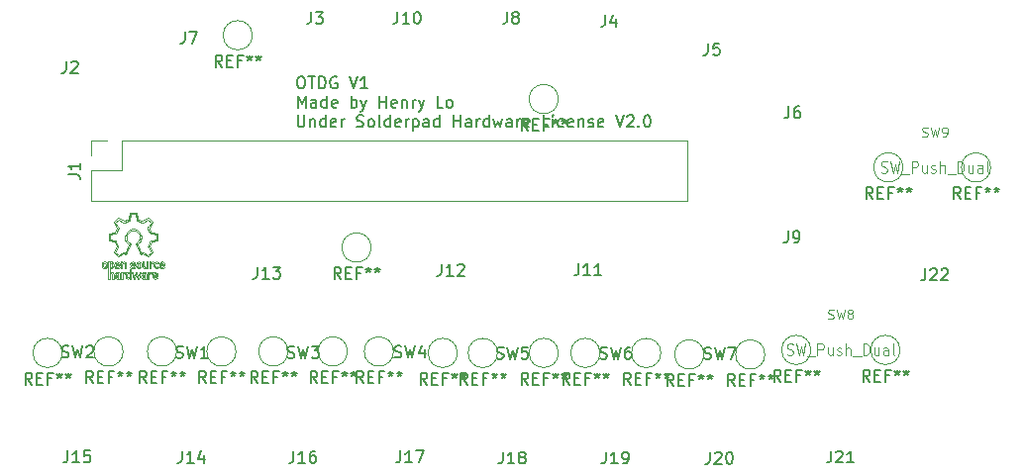
<source format=gbr>
G04 #@! TF.GenerationSoftware,KiCad,Pcbnew,5.1.2*
G04 #@! TF.CreationDate,2019-05-27T23:22:56-07:00*
G04 #@! TF.ProjectId,gloveProtoFinal,676c6f76-6550-4726-9f74-6f46696e616c,rev?*
G04 #@! TF.SameCoordinates,Original*
G04 #@! TF.FileFunction,Legend,Top*
G04 #@! TF.FilePolarity,Positive*
%FSLAX46Y46*%
G04 Gerber Fmt 4.6, Leading zero omitted, Abs format (unit mm)*
G04 Created by KiCad (PCBNEW 5.1.2) date 2019-05-27 23:22:56*
%MOMM*%
%LPD*%
G04 APERTURE LIST*
%ADD10C,0.075000*%
%ADD11C,0.150000*%
%ADD12C,0.120000*%
%ADD13C,0.050000*%
G04 APERTURE END LIST*
D10*
X25479147Y-77822296D02*
X25479147Y-77836294D01*
X26264793Y-78232617D02*
X26287089Y-78232617D01*
X24172995Y-76973014D02*
X24189433Y-76933138D01*
X24167135Y-77037142D02*
X24172995Y-76973014D01*
X26606913Y-77221876D02*
X26540508Y-77180047D01*
X26680809Y-77240104D02*
X26606913Y-77221876D01*
X26031716Y-77339551D02*
X26144676Y-77339551D01*
X26031716Y-77005405D02*
X26031716Y-77339551D01*
X25186506Y-77944368D02*
X25152000Y-77997266D01*
X25495098Y-77324899D02*
X25575177Y-77271517D01*
X25413555Y-77346227D02*
X25495098Y-77324899D01*
X26264793Y-77658235D02*
X26198223Y-77678905D01*
X25160139Y-77202343D02*
X25218729Y-77289745D01*
X25137513Y-77096059D02*
X25160139Y-77202343D01*
X24890280Y-77658235D02*
X24939921Y-77670604D01*
X24873843Y-77658235D02*
X24890280Y-77658235D01*
X24853173Y-77658235D02*
X24873843Y-77658235D01*
X27592110Y-76056508D02*
X27594720Y-76058299D01*
X27558420Y-76055371D02*
X27592110Y-76056508D01*
X27555660Y-76056997D02*
X27558420Y-76055371D01*
X27375959Y-76152862D02*
X27555660Y-76056997D01*
X26209617Y-77944856D02*
X26209617Y-77928907D01*
X28945320Y-77248892D02*
X28862310Y-77174839D01*
X28933110Y-77262892D02*
X28945320Y-77248892D01*
X28858230Y-77318716D02*
X28933110Y-77262892D01*
X29220840Y-77240104D02*
X29196750Y-77240104D01*
X29236980Y-77240104D02*
X29220840Y-77240104D01*
X29285790Y-77225779D02*
X29236980Y-77240104D01*
X25471008Y-78185742D02*
X25476867Y-78176139D01*
X25809224Y-76983103D02*
X25840961Y-76916371D01*
X25809224Y-77005405D02*
X25809224Y-76983103D01*
X26260398Y-74344426D02*
X26331852Y-74257996D01*
X26206527Y-74443727D02*
X26260398Y-74344426D01*
X26172504Y-74553586D02*
X26206527Y-74443727D01*
X26160627Y-74641966D02*
X26172504Y-74553586D01*
X27043602Y-77664910D02*
X26961735Y-77664910D01*
X26209617Y-77960807D02*
X26209617Y-77944856D01*
X26463522Y-73172056D02*
X26465313Y-73164106D01*
X26433900Y-73230646D02*
X26463522Y-73172056D01*
X26430156Y-73235236D02*
X26433900Y-73230646D01*
X26426412Y-73239286D02*
X26430156Y-73235236D01*
X29086890Y-77008822D02*
X29087400Y-76987501D01*
X29436690Y-77101759D02*
X29436690Y-77101759D01*
X29086890Y-77101759D02*
X29436690Y-77101759D01*
X25382142Y-77658235D02*
X25358544Y-77658235D01*
X25346985Y-77764354D02*
X25363914Y-77764354D01*
X24104147Y-77262400D02*
X24115052Y-77274445D01*
X24068340Y-77194204D02*
X24104147Y-77262400D01*
X29222970Y-77346227D02*
X29250150Y-77346227D01*
X29200980Y-77346227D02*
X29222970Y-77346227D01*
X29135400Y-77333854D02*
X29200980Y-77346227D01*
X25043925Y-77768749D02*
X25060854Y-77831737D01*
X25000143Y-77707714D02*
X25043925Y-77768749D01*
X24939921Y-77670604D02*
X25000143Y-77707714D01*
X24403953Y-77059600D02*
X24403953Y-77059600D01*
X24403953Y-77037955D02*
X24403953Y-77059600D01*
X27741030Y-78080924D02*
X27719700Y-78110384D01*
X27747540Y-78041862D02*
X27741030Y-78080924D01*
X27400049Y-77664910D02*
X27280410Y-77664910D01*
X24851379Y-77346389D02*
X24792627Y-77327996D01*
X24871077Y-77346389D02*
X24851379Y-77346389D01*
X24893207Y-77346389D02*
X24871077Y-77346389D01*
X28237140Y-76979689D02*
X28271130Y-76912630D01*
X28237140Y-77002147D02*
X28237140Y-76979689D01*
X28237140Y-77339551D02*
X28237140Y-77002147D01*
X28169910Y-74318386D02*
X28205069Y-74365756D01*
X28167120Y-74311876D02*
X28169910Y-74318386D01*
X28009590Y-73944526D02*
X28167120Y-74311876D01*
X28007130Y-73938976D02*
X28009590Y-73944526D01*
X26416158Y-77827669D02*
X26429505Y-77883496D01*
X26306622Y-77658235D02*
X26287089Y-77658235D01*
X25600080Y-77101759D02*
X25600080Y-77101759D01*
X25250304Y-77101759D02*
X25600080Y-77101759D01*
X25309062Y-75044147D02*
X25274067Y-74994976D01*
X25311669Y-75051136D02*
X25309062Y-75044147D01*
X25467267Y-75439807D02*
X25311669Y-75051136D01*
X25469547Y-75445345D02*
X25467267Y-75439807D01*
X27747540Y-77822296D02*
X27747540Y-77836294D01*
X27720210Y-77780306D02*
X27747540Y-77822296D01*
X26432109Y-77437858D02*
X26432109Y-77724643D01*
X25013487Y-76834342D02*
X25021629Y-76844920D01*
X24959943Y-76792513D02*
X25013487Y-76834342D01*
X24893207Y-76771843D02*
X24959943Y-76792513D01*
X28416630Y-75927928D02*
X28414860Y-75925324D01*
X28413900Y-75958528D02*
X28416630Y-75927928D01*
X28411590Y-75960808D02*
X28413900Y-75958528D01*
X28037730Y-76334668D02*
X28411590Y-75960808D01*
X27515130Y-78055534D02*
X27515130Y-78043164D01*
X27515130Y-78067903D02*
X27515130Y-78055534D01*
X24231751Y-77221549D02*
X24198874Y-77198114D01*
X24271953Y-77233429D02*
X24231751Y-77221549D01*
X26287089Y-78232617D02*
X26307273Y-78232617D01*
X28726380Y-78080599D02*
X28676880Y-78112012D01*
X28734690Y-78072135D02*
X28726380Y-78080599D01*
X26212059Y-77881216D02*
X26225568Y-77825392D01*
X27408840Y-78077995D02*
X27422190Y-78128776D01*
X27408840Y-78061068D02*
X27408840Y-78077995D01*
X27650850Y-75973012D02*
X27580560Y-75952504D01*
X27658500Y-75978058D02*
X27650850Y-75973012D01*
X28007970Y-76217968D02*
X27658500Y-75978058D01*
X28282380Y-75943555D02*
X28007970Y-76217968D01*
X26098614Y-78031120D02*
X26104962Y-78089062D01*
X28272090Y-74402537D02*
X28280250Y-74404336D01*
X28213860Y-74373257D02*
X28272090Y-74402537D01*
X28209300Y-74369506D02*
X28213860Y-74373257D01*
X28205069Y-74365756D02*
X28209300Y-74369506D01*
X28310220Y-75054076D02*
X28313460Y-75053566D01*
X28284630Y-75076846D02*
X28310220Y-75054076D01*
X28283670Y-75079937D02*
X28284630Y-75076846D01*
X28127250Y-75470734D02*
X28283670Y-75079937D01*
X26605452Y-77664910D02*
X26784651Y-78225944D01*
X24726054Y-77279980D02*
X24725568Y-77724643D01*
X24736473Y-77289907D02*
X24726054Y-77279980D01*
X24792627Y-77327996D02*
X24736473Y-77289907D01*
X26096822Y-77923372D02*
X26096822Y-77944856D01*
X25074039Y-73408906D02*
X25075989Y-73411666D01*
X25076967Y-73378276D02*
X25074039Y-73408906D01*
X25079247Y-73376146D02*
X25076967Y-73378276D01*
X26381331Y-75281446D02*
X26383281Y-75282910D01*
X26364075Y-75267772D02*
X26381331Y-75281446D01*
X26362446Y-75266308D02*
X26364075Y-75267772D01*
X26327292Y-75243196D02*
X26362446Y-75266308D01*
X27747540Y-78225944D02*
X27860340Y-78225944D01*
X27121080Y-78225944D02*
X27121080Y-78225944D01*
X28420890Y-76912468D02*
X28502760Y-76814974D01*
X28414230Y-76907422D02*
X28420890Y-76912468D01*
X28365210Y-76884796D02*
X28414230Y-76907422D01*
X24734841Y-76827505D02*
X24790185Y-76789909D01*
X24726054Y-76837270D02*
X24734841Y-76827505D01*
X24726054Y-76778518D02*
X24726054Y-76837270D01*
X26160627Y-74671426D02*
X26160627Y-74641966D01*
X26160627Y-74708686D02*
X26160627Y-74671426D01*
X26179992Y-74821006D02*
X26160627Y-74708686D01*
X26234679Y-74956246D02*
X26179992Y-74821006D01*
X24376284Y-77192413D02*
X24372051Y-77198114D01*
X24381492Y-77184928D02*
X24376284Y-77192413D01*
X29205390Y-76771843D02*
X29184900Y-76771843D01*
X29227350Y-76771843D02*
X29205390Y-76771843D01*
X29293770Y-76788442D02*
X29227350Y-76771843D01*
X25286763Y-76786330D02*
X25212384Y-76834504D01*
X25348287Y-76771843D02*
X25286763Y-76786330D01*
X26727030Y-76772005D02*
X26695455Y-76772005D01*
X26821758Y-76792675D02*
X26727030Y-76772005D01*
X26664042Y-77346389D02*
X26696760Y-77346389D01*
X26566227Y-77321158D02*
X26664042Y-77346389D01*
X25940733Y-76884796D02*
X25999979Y-76916371D01*
X25921041Y-76884796D02*
X25940733Y-76884796D01*
X29048820Y-76834504D02*
X28994760Y-76923532D01*
X29123340Y-76786330D02*
X29048820Y-76834504D01*
X29184900Y-76771843D02*
X29123340Y-76786330D01*
X26004375Y-77658235D02*
X25977192Y-77658235D01*
X26209617Y-77928907D02*
X26212059Y-77881216D01*
X26719548Y-77346389D02*
X26788068Y-77334668D01*
X26696760Y-77346389D02*
X26719548Y-77346389D01*
X28612140Y-77138053D02*
X28602180Y-77079133D01*
X28640760Y-77192089D02*
X28612140Y-77138053D01*
X28686690Y-77223337D02*
X28640760Y-77192089D01*
X26796369Y-77126659D02*
X26816226Y-77157745D01*
X26757144Y-77113639D02*
X26796369Y-77126659D01*
X29086890Y-77127637D02*
X29086890Y-77101759D01*
X29124810Y-77205272D02*
X29086890Y-77127637D01*
X29196750Y-77240104D02*
X29124810Y-77205272D01*
X26287089Y-77658235D02*
X26264793Y-77658235D01*
X28385880Y-77809768D02*
X28365060Y-77912629D01*
X28439940Y-77720734D02*
X28385880Y-77809768D01*
X25479147Y-78028841D02*
X25479147Y-78028841D01*
X27441539Y-77194204D02*
X27455879Y-77092480D01*
X27405749Y-77262400D02*
X27441539Y-77194204D01*
X25457175Y-76788442D02*
X25390767Y-76771843D01*
X25530906Y-76835809D02*
X25457175Y-76788442D01*
X26023743Y-76784374D02*
X25974102Y-76771843D01*
X26083800Y-76821484D02*
X26023743Y-76784374D01*
X27585929Y-78232617D02*
X27606900Y-78232617D01*
X27523080Y-78219433D02*
X27585929Y-78232617D01*
X26305809Y-78119662D02*
X26259096Y-78104524D01*
X25479147Y-77987988D02*
X25479147Y-78028841D01*
X28602180Y-77039746D02*
X28611960Y-76980337D01*
X28602180Y-77059600D02*
X28602180Y-77039746D01*
X28602180Y-77079133D02*
X28602180Y-77059600D01*
X25298973Y-77333854D02*
X25364562Y-77346227D01*
X25218729Y-77289745D02*
X25298973Y-77333854D01*
X28163400Y-77674837D02*
X28108380Y-77713576D01*
X28224930Y-77658235D02*
X28163400Y-77674837D01*
X26367819Y-78214388D02*
X26423160Y-78176953D01*
X28720170Y-76771843D02*
X28649400Y-76787791D01*
X28743810Y-76771843D02*
X28720170Y-76771843D01*
X28772250Y-76771843D02*
X28743810Y-76771843D01*
X26432109Y-77960319D02*
X26429505Y-78006706D01*
X27887519Y-77112826D02*
X27887519Y-77134957D01*
X27887519Y-76778518D02*
X27887519Y-77112826D01*
X28000470Y-76778518D02*
X27887519Y-76778518D01*
X27747540Y-78028841D02*
X27747540Y-78041862D01*
X27747540Y-78225944D02*
X27747540Y-78225944D01*
X26515929Y-75243847D02*
X26506491Y-75215026D01*
X26514792Y-75246775D02*
X26515929Y-75243847D01*
X26144352Y-76141960D02*
X26514792Y-75246775D01*
X26143047Y-76144888D02*
X26144352Y-76141960D01*
X25451151Y-78110384D02*
X25412256Y-78123405D01*
X25427550Y-78218782D02*
X25471008Y-78185742D01*
X27054180Y-77274445D02*
X27061830Y-77282908D01*
X27043275Y-77262400D02*
X27054180Y-77274445D01*
X27408840Y-78045117D02*
X27408840Y-78061068D01*
X27420389Y-77997266D02*
X27408840Y-78045117D01*
X26545068Y-78225944D02*
X26545068Y-77437858D01*
X25875468Y-76788442D02*
X25820292Y-76827178D01*
X25936992Y-76771843D02*
X25875468Y-76788442D01*
X26336733Y-77771029D02*
X26382954Y-77786818D01*
X28225380Y-77771029D02*
X28274400Y-77793649D01*
X28206840Y-77771029D02*
X28225380Y-77771029D01*
X28827630Y-77894890D02*
X28827630Y-77870311D01*
X28827630Y-77987988D02*
X28827630Y-77894890D01*
X28596360Y-77658235D02*
X28575840Y-77658235D01*
X28618320Y-77658235D02*
X28596360Y-77658235D01*
X26993310Y-77024770D02*
X26993310Y-77058625D01*
X27007467Y-76923697D02*
X26993310Y-77024770D01*
X27043275Y-76855663D02*
X27007467Y-76923697D01*
X27224580Y-76771843D02*
X27197909Y-76771843D01*
X27251130Y-76771843D02*
X27224580Y-76771843D01*
X27629039Y-78232617D02*
X27695940Y-78218782D01*
X27606900Y-78232617D02*
X27629039Y-78232617D01*
X27128550Y-76933138D02*
X27133920Y-76925812D01*
X27111960Y-76973014D02*
X27128550Y-76933138D01*
X27106110Y-77037142D02*
X27111960Y-76973014D01*
X26321433Y-78119662D02*
X26305809Y-78119662D01*
X26961735Y-77664910D02*
X26834454Y-78057649D01*
X26198223Y-78211784D02*
X26264793Y-78232617D01*
X25323060Y-77895052D02*
X25303206Y-77895052D01*
X27454890Y-77944368D02*
X27420389Y-77997266D01*
X27512040Y-77908234D02*
X27454890Y-77944368D01*
X27170880Y-78057649D02*
X27043602Y-77664910D01*
X26747538Y-77112826D02*
X26757144Y-77113639D01*
X26647929Y-77104039D02*
X26747538Y-77112826D01*
X25400535Y-77240104D02*
X25384260Y-77240104D01*
X25449363Y-77225779D02*
X25400535Y-77240104D01*
X25696433Y-77339551D02*
X25696433Y-77339551D01*
X25696433Y-76778518D02*
X25696433Y-77339551D01*
X27843240Y-77755729D02*
X27795389Y-77698600D01*
X27860340Y-77821159D02*
X27843240Y-77755729D01*
X28732890Y-77233429D02*
X28686690Y-77223337D01*
X28748340Y-77233429D02*
X28732890Y-77233429D01*
X28764300Y-77233429D02*
X28748340Y-77233429D01*
X29411760Y-77271517D02*
X29425590Y-77255566D01*
X29331690Y-77324899D02*
X29411760Y-77271517D01*
X29250150Y-77346227D02*
X29331690Y-77324899D01*
X26456850Y-75184426D02*
X26432598Y-75166036D01*
X26458962Y-75185746D02*
X26456850Y-75184426D01*
X26503887Y-75213406D02*
X26458962Y-75185746D01*
X26506491Y-75215026D02*
X26503887Y-75213406D01*
X25488588Y-72999076D02*
X25485822Y-72997126D01*
X25932435Y-73303576D02*
X25488588Y-72999076D01*
X25935039Y-73305376D02*
X25932435Y-73303576D01*
X29288040Y-76911493D02*
X29322720Y-76987501D01*
X29226060Y-76878124D02*
X29288040Y-76911493D01*
X29205390Y-76878124D02*
X29226060Y-76878124D01*
X24466613Y-77262400D02*
X24502422Y-77194204D01*
X24455873Y-77274445D02*
X24466613Y-77262400D01*
X26225568Y-77825392D02*
X26259096Y-77785999D01*
X27538890Y-78006380D02*
X27594059Y-77987988D01*
X27515130Y-78043164D02*
X27538890Y-78006380D01*
X25451805Y-77780306D02*
X25479147Y-77822296D01*
X27615390Y-77764354D02*
X27632310Y-77764354D01*
X27564600Y-77773795D02*
X27615390Y-77764354D01*
X26212059Y-78008984D02*
X26209617Y-77960807D01*
X28526520Y-78220247D02*
X28592100Y-78232617D01*
X28446270Y-78175976D02*
X28526520Y-78220247D01*
X27612450Y-77987988D02*
X27747540Y-77987988D01*
X27594059Y-77987988D02*
X27612450Y-77987988D01*
X25220196Y-74254907D02*
X25219056Y-74257847D01*
X25377747Y-73887556D02*
X25220196Y-74254907D01*
X25379214Y-73884646D02*
X25377747Y-73887556D01*
X25600080Y-77008822D02*
X25600080Y-76984246D01*
X25600080Y-77101759D02*
X25600080Y-77008822D01*
X24959943Y-77325553D02*
X24893207Y-77346389D01*
X25013487Y-77283724D02*
X24959943Y-77325553D01*
X25021629Y-77273309D02*
X25013487Y-77283724D01*
X26473938Y-74041516D02*
X26252421Y-74190947D01*
X26677551Y-73986706D02*
X26473938Y-74041516D01*
X26745423Y-73986706D02*
X26677551Y-73986706D01*
X26813130Y-73986706D02*
X26745423Y-73986706D01*
X28011390Y-75495313D02*
X28011390Y-75499870D01*
X28020990Y-75445507D02*
X28011390Y-75495313D01*
X28023569Y-75439807D02*
X28020990Y-75445507D01*
X28178850Y-75051796D02*
X28023569Y-75439807D01*
X24871077Y-76771843D02*
X24893207Y-76771843D01*
X24850731Y-76771843D02*
X24871077Y-76771843D01*
X24790185Y-76789909D02*
X24850731Y-76771843D01*
X27237930Y-76884796D02*
X27278310Y-76896517D01*
X27224580Y-76884796D02*
X27237930Y-76884796D01*
X27211080Y-76884796D02*
X27224580Y-76884796D01*
X27106110Y-77058625D02*
X27106110Y-77037142D01*
X27106110Y-77080108D02*
X27106110Y-77058625D01*
X27111960Y-77145049D02*
X27106110Y-77080108D01*
X25938459Y-77771029D02*
X25957014Y-77771029D01*
X24403953Y-77059600D02*
X24403953Y-77080924D01*
X24054180Y-77058625D02*
X24054180Y-77058625D01*
X29436690Y-77008822D02*
X29436690Y-76984246D01*
X29436690Y-77101759D02*
X29436690Y-77008822D01*
X28862310Y-77174839D02*
X28862310Y-77174839D01*
X25360659Y-78232617D02*
X25427550Y-78218782D01*
X27665190Y-76778518D02*
X27552240Y-76778518D01*
X27665190Y-77112826D02*
X27665190Y-76778518D01*
X27665190Y-77134957D02*
X27665190Y-77112826D01*
X25957662Y-76771843D02*
X25936992Y-76771843D01*
X25974102Y-76771843D02*
X25957662Y-76771843D01*
X26432109Y-78225944D02*
X26432109Y-78225944D01*
X27109349Y-75281446D02*
X27126600Y-75267772D01*
X27107580Y-75282910D02*
X27109349Y-75281446D01*
X27412080Y-76018750D02*
X27107580Y-75282910D01*
X27502740Y-75970246D02*
X27412080Y-76018750D01*
X28037580Y-75586783D02*
X28282380Y-75943555D01*
X28032209Y-75578809D02*
X28037580Y-75586783D01*
X28011540Y-75506866D02*
X28032209Y-75578809D01*
X28011390Y-75499870D02*
X28011540Y-75506866D01*
X27680640Y-78123405D02*
X27636210Y-78126334D01*
X27719700Y-78110384D02*
X27680640Y-78123405D01*
X25254702Y-78219433D02*
X25317525Y-78232617D01*
X29184390Y-76878124D02*
X29205390Y-76878124D01*
X29121900Y-76911493D02*
X29184390Y-76878124D01*
X29087400Y-76987501D02*
X29121900Y-76911493D01*
X25839825Y-75973012D02*
X25832175Y-75978220D01*
X25909977Y-75952504D02*
X25839825Y-75973012D01*
X25916808Y-75952504D02*
X25909977Y-75952504D01*
X25922181Y-75952504D02*
X25916808Y-75952504D01*
X27128550Y-77184928D02*
X27111960Y-77145049D01*
X27133920Y-77192413D02*
X27128550Y-77184928D01*
X27138000Y-77198114D02*
X27133920Y-77192413D01*
X25479147Y-77836294D02*
X25479147Y-77895052D01*
X26104962Y-78089062D02*
X26117331Y-78128613D01*
X28097310Y-78225944D02*
X28097310Y-77888377D01*
X27984360Y-78225944D02*
X28097310Y-78225944D01*
X26929017Y-77157910D02*
X26919900Y-77110546D01*
X26929017Y-77173696D02*
X26929017Y-77157910D01*
X26031716Y-76983103D02*
X26031716Y-77005405D01*
X25999979Y-76916371D02*
X26031716Y-76983103D01*
X26861796Y-77300974D02*
X26910951Y-77246776D01*
X26788068Y-77334668D02*
X26861796Y-77300974D01*
X25831034Y-77724643D02*
X25828923Y-77724643D01*
X24231751Y-76896517D02*
X24271953Y-76884796D01*
X24198874Y-76919953D02*
X24231751Y-76896517D01*
X27373020Y-76154329D02*
X27375959Y-76152862D01*
X27347640Y-76145050D02*
X27373020Y-76154329D01*
X27346500Y-76142122D02*
X27347640Y-76145050D01*
X26976054Y-75246775D02*
X27346500Y-76142122D01*
X26695617Y-76878124D02*
X26715963Y-76878124D01*
X26676738Y-76878124D02*
X26695617Y-76878124D01*
X28808730Y-77796745D02*
X28758270Y-77722201D01*
X28827630Y-77870311D02*
X28808730Y-77796745D01*
X25060854Y-78225944D02*
X24948060Y-78225944D01*
X25060854Y-77852896D02*
X25060854Y-78225944D01*
X25060854Y-77831737D02*
X25060854Y-77852896D01*
X27696930Y-77201693D02*
X27665190Y-77134957D01*
X27756810Y-77233429D02*
X27696930Y-77201693D01*
X27776850Y-77233429D02*
X27756810Y-77233429D01*
X25498842Y-77194366D02*
X25449363Y-77225779D01*
X25507143Y-77185903D02*
X25498842Y-77194366D01*
X26884260Y-78225944D02*
X27001608Y-77833039D01*
X26784651Y-78225944D02*
X26884260Y-78225944D01*
X29367360Y-76835809D02*
X29293770Y-76788442D01*
X29417820Y-76910512D02*
X29367360Y-76835809D01*
X29436690Y-76984246D02*
X29417820Y-76910512D01*
X26615052Y-76979689D02*
X26599263Y-76954132D01*
X26659323Y-76997755D02*
X26615052Y-76979689D01*
X27342930Y-77037955D02*
X27342930Y-77059600D01*
X27336900Y-76973176D02*
X27342930Y-77037955D01*
X27320610Y-76933138D02*
X27336900Y-76973176D01*
X26631492Y-77102572D02*
X26647929Y-77104039D01*
X26583312Y-77089225D02*
X26631492Y-77102572D01*
X26012676Y-77798695D02*
X26094546Y-77701366D01*
X24339173Y-76896517D02*
X24372051Y-76919953D01*
X24298808Y-76884796D02*
X24339173Y-76896517D01*
X25074039Y-75927928D02*
X25076967Y-75958528D01*
X25075827Y-75925324D02*
X25074039Y-75927928D01*
X25360497Y-75510451D02*
X25075827Y-75925324D01*
X25362285Y-75507847D02*
X25360497Y-75510451D01*
X28649400Y-77330107D02*
X28720170Y-77346227D01*
X28568010Y-77279653D02*
X28649400Y-77330107D01*
X28510890Y-77190625D02*
X28568010Y-77279653D01*
X27518519Y-73306516D02*
X27162419Y-73160686D01*
X27521310Y-73307836D02*
X27518519Y-73306516D01*
X27555660Y-73305376D02*
X27521310Y-73307836D01*
X24122702Y-76835155D02*
X24115052Y-76843783D01*
X24179017Y-76794955D02*
X24122702Y-76835155D01*
X25248519Y-77676625D02*
X25179993Y-77725129D01*
X25828923Y-77888377D02*
X25828923Y-77865916D01*
X26481102Y-72576526D02*
X26474262Y-72576526D01*
X27009747Y-72576526D02*
X26481102Y-72576526D01*
X27016422Y-72576526D02*
X27009747Y-72576526D01*
X26705547Y-77240104D02*
X26680809Y-77240104D01*
X26725242Y-77240104D02*
X26705547Y-77240104D01*
X28858230Y-76799350D02*
X28772250Y-76771843D01*
X28933110Y-76855174D02*
X28858230Y-76799350D01*
X28945320Y-76869334D02*
X28933110Y-76855174D01*
X25828923Y-77865916D02*
X25862937Y-77798860D01*
X25862937Y-77798860D02*
X25919577Y-77771029D01*
X25338522Y-78232617D02*
X25360659Y-78232617D01*
X25192527Y-78183301D02*
X25254702Y-78219433D01*
X25479147Y-78225944D02*
X25479147Y-78225944D01*
X26528463Y-77168164D02*
X26449851Y-77245639D01*
X26540508Y-77180047D02*
X26528463Y-77168164D01*
X28772250Y-77346227D02*
X28858230Y-77318716D01*
X28743810Y-77346227D02*
X28772250Y-77346227D01*
X28720170Y-77346227D02*
X28743810Y-77346227D01*
X25250304Y-77008822D02*
X25250304Y-77008822D01*
X25487283Y-77008822D02*
X25250304Y-77008822D01*
X24725568Y-77869498D02*
X24725568Y-77891797D01*
X24757305Y-77802604D02*
X24725568Y-77869498D01*
X24817362Y-77771029D02*
X24757305Y-77802604D01*
X25453104Y-73002316D02*
X25079247Y-73376146D01*
X25455222Y-73000036D02*
X25453104Y-73002316D01*
X25485822Y-72997126D02*
X25455222Y-73000036D01*
X25412256Y-78123405D02*
X25367817Y-78126334D01*
X25246725Y-78043164D02*
X25270488Y-78006380D01*
X26546367Y-76815463D02*
X26502258Y-76869496D01*
X26612775Y-76782907D02*
X26546367Y-76815463D01*
X28816560Y-78141797D02*
X28734690Y-78072135D01*
X28802730Y-78157747D02*
X28816560Y-78141797D01*
X26673483Y-76998892D02*
X26659323Y-76997755D01*
X26766423Y-77005405D02*
X26673483Y-76998892D01*
X25811505Y-76838245D02*
X25809224Y-76838245D01*
X25820292Y-76827178D02*
X25811505Y-76838245D01*
X28365060Y-77946972D02*
X28365060Y-77982292D01*
X28365060Y-77912629D02*
X28365060Y-77946972D01*
X27330870Y-76794955D02*
X27251130Y-76771843D01*
X27387180Y-76835155D02*
X27330870Y-76794955D01*
X24376284Y-76925812D02*
X24381492Y-76933138D01*
X24372051Y-76919953D02*
X24376284Y-76925812D01*
X25486308Y-76987501D02*
X25487283Y-77008822D01*
X25451643Y-76911493D02*
X25486308Y-76987501D01*
X28000470Y-77339713D02*
X28000470Y-76778518D01*
X27887519Y-77339713D02*
X28000470Y-77339713D01*
X27887519Y-77279818D02*
X27887519Y-77339713D01*
X26259096Y-77785999D02*
X26305809Y-77771029D01*
X25479147Y-77895052D02*
X25323060Y-77895052D01*
X26532210Y-77057488D02*
X26583312Y-77089225D01*
X26498355Y-77008984D02*
X26532210Y-77057488D01*
X25981586Y-75966667D02*
X25922181Y-75952504D01*
X25988100Y-75970246D02*
X25981586Y-75966667D01*
X26078753Y-76018750D02*
X25988100Y-75970246D01*
X26383281Y-75282910D02*
X26078753Y-76018750D01*
X27007467Y-77194204D02*
X27043275Y-77262400D01*
X26993310Y-77092480D02*
X27007467Y-77194204D01*
X27016746Y-74041516D02*
X26813130Y-73986706D01*
X27238260Y-74190947D02*
X27016746Y-74041516D01*
X27387690Y-74412466D02*
X27238260Y-74190947D01*
X27442680Y-74616077D02*
X27387690Y-74412466D01*
X25027164Y-77266147D02*
X25021629Y-77273309D01*
X25040835Y-77242384D02*
X25027164Y-77266147D01*
X25053042Y-77202997D02*
X25040835Y-77242384D01*
X27280410Y-77664910D02*
X27173160Y-78057649D01*
X26307273Y-78232617D02*
X26367819Y-78214388D01*
X26144676Y-76966666D02*
X26144676Y-76945507D01*
X26144676Y-77339551D02*
X26144676Y-76966666D01*
X25331034Y-77658235D02*
X25248519Y-77676625D01*
X26620422Y-76897330D02*
X26676738Y-76878124D01*
X26599263Y-76933462D02*
X26620422Y-76897330D01*
X25353009Y-78126334D02*
X25332501Y-78126334D01*
X25246725Y-78067903D02*
X25246725Y-78055534D01*
X25262676Y-77799514D02*
X25296204Y-77773795D01*
X25153788Y-78128776D02*
X25192527Y-78183301D01*
X25358544Y-77658235D02*
X25331034Y-77658235D01*
X25386537Y-77346227D02*
X25413555Y-77346227D01*
X25364562Y-77346227D02*
X25386537Y-77346227D01*
X28575510Y-77764354D02*
X28596360Y-77764354D01*
X28513020Y-77797720D02*
X28575510Y-77764354D01*
X24948546Y-77075392D02*
X24948546Y-77059600D01*
X24945942Y-77123080D02*
X24948546Y-77075392D01*
X24932433Y-77178904D02*
X24945942Y-77123080D01*
X26136701Y-77731312D02*
X26131167Y-77738314D01*
X26365380Y-77676463D02*
X26306622Y-77658235D01*
X25246725Y-78055534D02*
X25246725Y-78043164D01*
X28035450Y-73000036D02*
X28004849Y-72997126D01*
X28037730Y-73002316D02*
X28035450Y-73000036D01*
X28411590Y-73376146D02*
X28037730Y-73002316D01*
X28722630Y-78211133D02*
X28802730Y-78157747D01*
X28641090Y-78232617D02*
X28722630Y-78211133D01*
X24339173Y-77221549D02*
X24298808Y-77233429D01*
X24372051Y-77198114D02*
X24339173Y-77221549D01*
X27330060Y-74671426D02*
X27330060Y-74708686D01*
X27330060Y-74641966D02*
X27330060Y-74671426D01*
X27318180Y-74553586D02*
X27330060Y-74641966D01*
X27284010Y-74443727D02*
X27318180Y-74553586D01*
X27509100Y-75966667D02*
X27502740Y-75970246D01*
X27568170Y-75952504D02*
X27509100Y-75966667D01*
X27573870Y-75952504D02*
X27568170Y-75952504D01*
X27580560Y-75952504D02*
X27573870Y-75952504D01*
X28514310Y-77672557D02*
X28439940Y-77720734D01*
X28575840Y-77658235D02*
X28514310Y-77672557D01*
X25285626Y-74365756D02*
X25320942Y-74318236D01*
X25281555Y-74369506D02*
X25285626Y-74365756D01*
X25277001Y-74373257D02*
X25281555Y-74369506D01*
X25218405Y-74402537D02*
X25277001Y-74373257D01*
X28387680Y-78088574D02*
X28446270Y-78175976D01*
X28365060Y-77982292D02*
X28387680Y-78088574D01*
X25479147Y-78176139D02*
X25479147Y-78225944D01*
X28973940Y-77060743D02*
X28973940Y-77096059D01*
X28973940Y-77026399D02*
X28973940Y-77060743D01*
X28994760Y-76923532D02*
X28973940Y-77026399D01*
X25347963Y-76878124D02*
X25368798Y-76878124D01*
X25285464Y-76911493D02*
X25347963Y-76878124D01*
X26006004Y-77793649D02*
X26012676Y-77798695D01*
X26993310Y-77058625D02*
X26993310Y-77092480D01*
X26449851Y-77245639D02*
X26449851Y-77245639D01*
X25956525Y-77658235D02*
X25895001Y-77674837D01*
X27747540Y-78028841D02*
X27747540Y-78028841D01*
X27747540Y-77987988D02*
X27747540Y-78028841D01*
X29335260Y-77194366D02*
X29285790Y-77225779D01*
X29343570Y-77185903D02*
X29335260Y-77194366D01*
X29425590Y-77255566D02*
X29343570Y-77185903D01*
X25715964Y-77664910D02*
X25715964Y-78225944D01*
X28817850Y-74377156D02*
X28814760Y-74376646D01*
X28837380Y-74397166D02*
X28817850Y-74377156D01*
X28837380Y-74404156D02*
X28837380Y-74397166D01*
X28837380Y-74932816D02*
X28837380Y-74404156D01*
X24837384Y-77771029D02*
X24817362Y-77771029D01*
X24857076Y-77771029D02*
X24837384Y-77771029D01*
X24916323Y-77802604D02*
X24857076Y-77771029D01*
X24653463Y-74939656D02*
X24672996Y-74959666D01*
X24653463Y-74932816D02*
X24653463Y-74939656D01*
X24653463Y-74404156D02*
X24653463Y-74932816D01*
X27984360Y-78225944D02*
X27984360Y-78225944D01*
X27984360Y-77664910D02*
X27984360Y-78225944D01*
X28187970Y-77771029D02*
X28206840Y-77771029D01*
X28131330Y-77798860D02*
X28187970Y-77771029D01*
X25040835Y-76875682D02*
X25053042Y-76915234D01*
X25027002Y-76851922D02*
X25040835Y-76875682D01*
X25021629Y-76844920D02*
X25027002Y-76851922D01*
X26974755Y-75243847D02*
X26976054Y-75246775D01*
X26984193Y-75215026D02*
X26974755Y-75243847D01*
X26986959Y-75213406D02*
X26984193Y-75215026D01*
X27031881Y-75185746D02*
X26986959Y-75213406D01*
X25059387Y-77145376D02*
X25053042Y-77202997D01*
X25061343Y-77081089D02*
X25059387Y-77145376D01*
X25061343Y-77059768D02*
X25061343Y-77081089D01*
X26902002Y-76836622D02*
X26821758Y-76792675D01*
X26915835Y-76848337D02*
X26902002Y-76836622D01*
X24122702Y-77282908D02*
X24179017Y-77323114D01*
X24115052Y-77274445D02*
X24122702Y-77282908D01*
X28354320Y-77694691D02*
X28272750Y-77658235D01*
X28362930Y-77701366D02*
X28354320Y-77694691D01*
X25969548Y-73307836D02*
X25935039Y-73305376D01*
X25972476Y-73306516D02*
X25969548Y-73307836D01*
X26328591Y-73160686D02*
X25972476Y-73306516D01*
X28477860Y-78013867D02*
X28477860Y-77987988D01*
X28515750Y-78091504D02*
X28477860Y-78013867D01*
X26486310Y-76960642D02*
X26498355Y-77008984D01*
X26486310Y-76944529D02*
X26486310Y-76960642D01*
X25828923Y-78225944D02*
X25828923Y-77888377D01*
X28628070Y-78126334D02*
X28611810Y-78126334D01*
X28676880Y-78112012D02*
X28628070Y-78126334D01*
X25140441Y-78077995D02*
X25153788Y-78128776D01*
X24285462Y-76884796D02*
X24298808Y-76884796D01*
X24271953Y-76884796D02*
X24285462Y-76884796D01*
X25389468Y-76878124D02*
X25451643Y-76911493D01*
X25368798Y-76878124D02*
X25389468Y-76878124D01*
X26777001Y-76892446D02*
X26835105Y-76922395D01*
X26715963Y-76878124D02*
X26777001Y-76892446D01*
X26891256Y-77058787D02*
X26840802Y-77022328D01*
X26919900Y-77110546D02*
X26891256Y-77058787D01*
X25472637Y-78080924D02*
X25451151Y-78110384D01*
X25368798Y-76771843D02*
X25348287Y-76771843D01*
X25390767Y-76771843D02*
X25368798Y-76771843D01*
X26423160Y-78176953D02*
X26432109Y-78167350D01*
X27673469Y-77333692D02*
X27723599Y-77346227D01*
X27613110Y-77296579D02*
X27673469Y-77333692D01*
X27569160Y-77235547D02*
X27613110Y-77296579D01*
X28297680Y-74280466D02*
X28271460Y-74257847D01*
X28300920Y-74281127D02*
X28297680Y-74280466D01*
X28814760Y-74376646D02*
X28300920Y-74281127D01*
X25809224Y-77339551D02*
X25809224Y-77005405D01*
X25696433Y-77339551D02*
X25809224Y-77339551D01*
X26117493Y-76154329D02*
X26143047Y-76144888D01*
X26114727Y-76152862D02*
X26117493Y-76154329D01*
X25935039Y-76056997D02*
X26114727Y-76152862D01*
X25932273Y-76055371D02*
X25935039Y-76056997D01*
X29086890Y-77008822D02*
X29086890Y-77008822D01*
X29323710Y-77008822D02*
X29086890Y-77008822D01*
X29322720Y-76987501D02*
X29323710Y-77008822D01*
X27437640Y-77740105D02*
X27526170Y-77807650D01*
X27448380Y-77725129D02*
X27437640Y-77740105D01*
X25140441Y-78061068D02*
X25140441Y-78077995D01*
X26929017Y-77191924D02*
X26929017Y-77173696D01*
X26910951Y-77246776D02*
X26929017Y-77191924D01*
X27220860Y-78225944D02*
X27400049Y-77664910D01*
X26486310Y-76925650D02*
X26486310Y-76944529D01*
X26502258Y-76869496D02*
X26486310Y-76925650D01*
X26432109Y-78167350D02*
X26432109Y-78225944D01*
X26225568Y-78064974D02*
X26212059Y-78008984D01*
X28035450Y-76336783D02*
X28037730Y-76334668D01*
X28004849Y-76339714D02*
X28035450Y-76336783D01*
X28002270Y-76337920D02*
X28004849Y-76339714D01*
X27594720Y-76058299D02*
X28002270Y-76337920D01*
X27118140Y-77323114D02*
X27197909Y-77346227D01*
X27061830Y-77282908D02*
X27118140Y-77323114D01*
X24728496Y-77120800D02*
X24741843Y-77176789D01*
X24726054Y-77074900D02*
X24728496Y-77120800D01*
X24726054Y-77059600D02*
X24726054Y-77074900D01*
X28284630Y-74956907D02*
X28225230Y-74987326D01*
X28292940Y-74955436D02*
X28284630Y-74956907D01*
X28724940Y-74875036D02*
X28292940Y-74955436D01*
X28814760Y-74376646D02*
X28814760Y-74376646D01*
X25364727Y-75473338D02*
X25362285Y-75507847D01*
X25363425Y-75470572D02*
X25364727Y-75473338D01*
X25207014Y-75079786D02*
X25363425Y-75470572D01*
X25206033Y-75076696D02*
X25207014Y-75079786D01*
X28827630Y-77987988D02*
X28827630Y-77987988D01*
X28477860Y-77987988D02*
X28827630Y-77987988D01*
X25303206Y-77895052D02*
X25243635Y-77908234D01*
X28097310Y-77865916D02*
X28131330Y-77798860D01*
X28097310Y-77888377D02*
X28097310Y-77865916D01*
X26377422Y-73274776D02*
X26426412Y-73239286D01*
X26370588Y-73277536D02*
X26377422Y-73274776D01*
X26015766Y-73422736D02*
X26370588Y-73277536D01*
X26010072Y-73424986D02*
X26015766Y-73422736D01*
X25360173Y-77240104D02*
X25288230Y-77205272D01*
X25384260Y-77240104D02*
X25360173Y-77240104D01*
X24612777Y-76778518D02*
X24726054Y-76778518D01*
X24612777Y-78225944D02*
X24612777Y-76778518D01*
X24836733Y-77233429D02*
X24836733Y-77233429D01*
X28303230Y-76788442D02*
X28248179Y-76827178D01*
X28364730Y-76771843D02*
X28303230Y-76788442D01*
X28385400Y-76771843D02*
X28364730Y-76771843D01*
X26453754Y-72599326D02*
X26354796Y-73130746D01*
X26454246Y-72596056D02*
X26453754Y-72599326D01*
X26474262Y-72576526D02*
X26454246Y-72596056D01*
X29055150Y-77289745D02*
X29135400Y-77333854D01*
X28996560Y-77202343D02*
X29055150Y-77289745D01*
X28973940Y-77096059D02*
X28996560Y-77202343D01*
X28022760Y-73796746D02*
X28017569Y-73804396D01*
X28282380Y-73418476D02*
X28022760Y-73796746D01*
X28007970Y-73144066D02*
X28282380Y-73418476D01*
X27621900Y-73409026D02*
X28007970Y-73144066D01*
X24821271Y-77233429D02*
X24836733Y-77233429D01*
X24775047Y-77217643D02*
X24821271Y-77233429D01*
X24741843Y-77176789D02*
X24775047Y-77217643D01*
X24945942Y-76995313D02*
X24932433Y-76939321D01*
X24948546Y-77043487D02*
X24945942Y-76995313D01*
X24948546Y-77059600D02*
X24948546Y-77043487D01*
X27025371Y-73163776D02*
X27027000Y-73171906D01*
X26939433Y-72701536D02*
X27025371Y-73163776D01*
X26551413Y-72701536D02*
X26939433Y-72701536D01*
X26465313Y-73164106D02*
X26551413Y-72701536D01*
X28113090Y-73887556D02*
X28111619Y-73884646D01*
X28270470Y-74254907D02*
X28113090Y-73887556D01*
X28271460Y-74257847D02*
X28270470Y-74254907D01*
X26816226Y-77168164D02*
X26816226Y-77181508D01*
X26816226Y-77157745D02*
X26816226Y-77168164D01*
X27558420Y-73303576D02*
X27555660Y-73305376D01*
X28002270Y-72999076D02*
X27558420Y-73303576D01*
X28004849Y-72997126D02*
X28002270Y-72999076D01*
X28099590Y-77724643D02*
X28097310Y-77724643D01*
X28108380Y-77713576D02*
X28099590Y-77724643D01*
X25158348Y-76923532D02*
X25137513Y-77026399D01*
X25212384Y-76834504D02*
X25158348Y-76923532D01*
X27516900Y-77676625D02*
X27448380Y-77725129D01*
X27599430Y-77658235D02*
X27516900Y-77676625D01*
X24852192Y-76884796D02*
X24836733Y-76884796D01*
X24898905Y-76899772D02*
X24852192Y-76884796D01*
X24932433Y-76939321D02*
X24898905Y-76899772D01*
X24054180Y-77092480D02*
X24068340Y-77194204D01*
X24054180Y-77058625D02*
X24054180Y-77092480D01*
X28346670Y-76884796D02*
X28365210Y-76884796D01*
X28327770Y-76884796D02*
X28346670Y-76884796D01*
X28271130Y-76912630D02*
X28327770Y-76884796D01*
X27552240Y-77172559D02*
X27569160Y-77235547D01*
X27552240Y-77151562D02*
X27552240Y-77172559D01*
X27342930Y-77059600D02*
X27342930Y-77059600D01*
X28477860Y-77895052D02*
X28477860Y-77895052D01*
X28714680Y-77895052D02*
X28477860Y-77895052D01*
X24258770Y-77346227D02*
X24285462Y-77346227D01*
X24179017Y-77323114D02*
X24258770Y-77346227D01*
X24775047Y-76900585D02*
X24741843Y-76941439D01*
X24821271Y-76884796D02*
X24775047Y-76900585D01*
X24836733Y-76884796D02*
X24821271Y-76884796D01*
X24948060Y-77869498D02*
X24916323Y-77802604D01*
X24948060Y-77891797D02*
X24948060Y-77869498D01*
X24948060Y-78225944D02*
X24948060Y-77891797D01*
X24448059Y-76835155D02*
X24391746Y-76794955D01*
X24455873Y-76843783D02*
X24448059Y-76835155D01*
X27224580Y-77346227D02*
X27251130Y-77346227D01*
X27197909Y-77346227D02*
X27224580Y-77346227D01*
X25901022Y-76884796D02*
X25921041Y-76884796D01*
X25840961Y-76916371D02*
X25901022Y-76884796D01*
X26259096Y-78104524D02*
X26225568Y-78064974D01*
X24448059Y-77282908D02*
X24455873Y-77274445D01*
X24391746Y-77323114D02*
X24448059Y-77282908D01*
X27036600Y-72596056D02*
X27016422Y-72576526D01*
X27037254Y-72599326D02*
X27036600Y-72596056D01*
X27136050Y-73130746D02*
X27037254Y-72599326D01*
X25205709Y-74956907D02*
X25197573Y-74955256D01*
X25265280Y-74987176D02*
X25205709Y-74956907D01*
X25270002Y-74991256D02*
X25265280Y-74987176D01*
X25274067Y-74994976D02*
X25270002Y-74991256D01*
X28862310Y-76943392D02*
X28945320Y-76869334D01*
X28855290Y-76934767D02*
X28862310Y-76943392D01*
X28812300Y-76901074D02*
X28855290Y-76934767D01*
X25385883Y-77764354D02*
X25451805Y-77780306D01*
X28812300Y-77216830D02*
X28764300Y-77233429D01*
X28855290Y-77183299D02*
X28812300Y-77216830D01*
X28862310Y-77174839D02*
X28855290Y-77183299D01*
X27760560Y-77346227D02*
X27821429Y-77329621D01*
X27740370Y-77346227D02*
X27760560Y-77346227D01*
X27723599Y-77346227D02*
X27740370Y-77346227D01*
X25957014Y-77771029D02*
X26006004Y-77793649D01*
X25482894Y-73940626D02*
X25493796Y-73887736D01*
X25480287Y-73946476D02*
X25482894Y-73940626D01*
X25323714Y-74311726D02*
X25480287Y-73946476D01*
X25320942Y-74318236D02*
X25323714Y-74311726D01*
X26085918Y-77694691D02*
X26004375Y-77658235D01*
X28281060Y-77798695D02*
X28362930Y-77701366D01*
X28274400Y-77793649D02*
X28281060Y-77798695D01*
X27739410Y-78185742D02*
X27745259Y-78176139D01*
X27695940Y-78218782D02*
X27739410Y-78185742D01*
X27118140Y-76794955D02*
X27061830Y-76835155D01*
X27197909Y-76771843D02*
X27118140Y-76794955D01*
X28413900Y-73378276D02*
X28411590Y-73376146D01*
X28416630Y-73408906D02*
X28413900Y-73378276D01*
X28414860Y-73411666D02*
X28416630Y-73408906D01*
X24898905Y-77218291D02*
X24932433Y-77178904D01*
X24852192Y-77233429D02*
X24898905Y-77218291D01*
X24836733Y-77233429D02*
X24852192Y-77233429D01*
X28489380Y-77092318D02*
X28510890Y-77190625D01*
X28489380Y-77059600D02*
X28489380Y-77092318D01*
X28489380Y-77026564D02*
X28489380Y-77059600D01*
X25581359Y-76910512D02*
X25530906Y-76835809D01*
X25600080Y-76984246D02*
X25581359Y-76910512D01*
X27395010Y-76843783D02*
X27387180Y-76835155D01*
X27405749Y-76855663D02*
X27395010Y-76843783D01*
X25476867Y-78176139D02*
X25479147Y-78176139D01*
X25868796Y-73408906D02*
X25876773Y-73414126D01*
X25482894Y-73144066D02*
X25868796Y-73408906D01*
X25208475Y-73418476D02*
X25482894Y-73144066D01*
X25468404Y-73797076D02*
X25208475Y-73418476D01*
X24653463Y-74397316D02*
X24653463Y-74404156D01*
X24672996Y-74377156D02*
X24653463Y-74397316D01*
X24676251Y-74376646D02*
X24672996Y-74377156D01*
X27721650Y-77667514D02*
X27650520Y-77658235D01*
X27795389Y-77698600D02*
X27721650Y-77667514D01*
X25250304Y-77127637D02*
X25250304Y-77101759D01*
X25288230Y-77205272D02*
X25250304Y-77127637D01*
X28124160Y-77339551D02*
X28237140Y-77339551D01*
X27552240Y-77151562D02*
X27552240Y-77151562D01*
X27552240Y-76778518D02*
X27552240Y-77151562D01*
X27237930Y-77233429D02*
X27224580Y-77233429D01*
X27278310Y-77221549D02*
X27237930Y-77233429D01*
X27311189Y-77198114D02*
X27278310Y-77221549D01*
X26599263Y-76945672D02*
X26599263Y-76933462D01*
X26599263Y-76954132D02*
X26599263Y-76945672D01*
X25377096Y-73850446D02*
X25379214Y-73884646D01*
X25375305Y-73847866D02*
X25377096Y-73850446D01*
X25075989Y-73411666D02*
X25375305Y-73847866D01*
X28181460Y-75044806D02*
X28178850Y-75051796D01*
X28216440Y-74995156D02*
X28181460Y-75044806D01*
X28220670Y-74991406D02*
X28216440Y-74995156D01*
X28225230Y-74987326D02*
X28220670Y-74991406D01*
X24466613Y-76855663D02*
X24455873Y-76843783D01*
X24502422Y-76923697D02*
X24466613Y-76855663D01*
X25061343Y-77038117D02*
X25061343Y-77059768D01*
X25059387Y-76973338D02*
X25061343Y-77038117D01*
X25053042Y-76915234D02*
X25059387Y-76973338D01*
X26319804Y-75072286D02*
X26234679Y-74956246D01*
X26400372Y-75144736D02*
X26319804Y-75072286D01*
X26430483Y-75164086D02*
X26400372Y-75144736D01*
X26432598Y-75166036D02*
X26430483Y-75164086D01*
X27121080Y-78225944D02*
X27220860Y-78225944D01*
X27455879Y-77058625D02*
X27455879Y-77024770D01*
X27455879Y-77092480D02*
X27455879Y-77058625D01*
X28245600Y-77658235D02*
X28224930Y-77658235D01*
X28272750Y-77658235D02*
X28245600Y-77658235D01*
X24194805Y-76925812D02*
X24198874Y-76919953D01*
X24189433Y-76933138D02*
X24194805Y-76925812D01*
X26627421Y-74098486D02*
X26715801Y-74086786D01*
X26517723Y-74132686D02*
X26627421Y-74098486D01*
X26418438Y-74186567D02*
X26517723Y-74132686D01*
X26331852Y-74257996D02*
X26418438Y-74186567D01*
X26863101Y-74098486D02*
X26972964Y-74132686D01*
X26774721Y-74086786D02*
X26863101Y-74098486D01*
X26745423Y-74086786D02*
X26774721Y-74086786D01*
X26715801Y-74086786D02*
X26745423Y-74086786D01*
X26331525Y-73159696D02*
X26328591Y-73160686D01*
X26354148Y-73133806D02*
X26331525Y-73159696D01*
X26354796Y-73130746D02*
X26354148Y-73133806D01*
X28510890Y-76927768D02*
X28489380Y-77026564D01*
X28568010Y-76838413D02*
X28510890Y-76927768D01*
X28649400Y-76787791D02*
X28568010Y-76838413D01*
X27330870Y-77323114D02*
X27387180Y-77282908D01*
X27251130Y-77346227D02*
X27330870Y-77323114D01*
X27170880Y-76896517D02*
X27211080Y-76884796D01*
X27138000Y-76919953D02*
X27170880Y-76896517D01*
X27133920Y-76925812D02*
X27138000Y-76919953D01*
X27033834Y-75184426D02*
X27031881Y-75185746D01*
X27057930Y-75166036D02*
X27033834Y-75184426D01*
X27060210Y-75164086D02*
X27057930Y-75166036D01*
X27090150Y-75144886D02*
X27060210Y-75164086D01*
X27796530Y-77233429D02*
X27776850Y-77233429D01*
X27855780Y-77201693D02*
X27796530Y-77233429D01*
X27887519Y-77134957D02*
X27855780Y-77201693D01*
X25325664Y-77987988D02*
X25344054Y-77987988D01*
X25257792Y-77807650D02*
X25262676Y-77799514D01*
X26048160Y-74683936D02*
X26048160Y-74727886D01*
X26048160Y-74616077D02*
X26048160Y-74683936D01*
X26103009Y-74412466D02*
X26048160Y-74616077D01*
X26252421Y-74190947D02*
X26103009Y-74412466D01*
X27747540Y-77895052D02*
X27591450Y-77895052D01*
X27747540Y-77836294D02*
X27747540Y-77895052D01*
X24791322Y-77674837D02*
X24853173Y-77658235D01*
X24734841Y-77713576D02*
X24791322Y-77674837D01*
X24725568Y-77724643D02*
X24734841Y-77713576D01*
X28124160Y-77339551D02*
X28124160Y-77339551D01*
X28124160Y-76778518D02*
X28124160Y-77339551D01*
X28237140Y-76778518D02*
X28124160Y-76778518D01*
X26096822Y-77944856D02*
X26096822Y-77966341D01*
X28713840Y-77873731D02*
X28714680Y-77895052D01*
X28679190Y-77797720D02*
X28713840Y-77873731D01*
X28837380Y-74939476D02*
X28837380Y-74932816D01*
X28817670Y-74959666D02*
X28837380Y-74939476D01*
X28814610Y-74960326D02*
X28817670Y-74959666D01*
X28313460Y-75053566D02*
X28814610Y-74960326D01*
X27136530Y-73133806D02*
X27136050Y-73130746D01*
X27159330Y-73159696D02*
X27136530Y-73133806D01*
X27162419Y-73160686D02*
X27159330Y-73159696D01*
X26233542Y-75157096D02*
X26327292Y-75243196D01*
X26134422Y-75019726D02*
X26233542Y-75157096D01*
X26070618Y-74860066D02*
X26134422Y-75019726D01*
X26048160Y-74727886D02*
X26070618Y-74860066D01*
X24172995Y-77145049D02*
X24167135Y-77080108D01*
X24189433Y-77184928D02*
X24172995Y-77145049D01*
X25169250Y-77740105D02*
X25257792Y-77807650D01*
X24258770Y-76771843D02*
X24179017Y-76794955D01*
X24285462Y-76771843D02*
X24258770Y-76771843D01*
X27342930Y-77080924D02*
X27336900Y-77145049D01*
X27342930Y-77059600D02*
X27342930Y-77080924D01*
X26993310Y-77058625D02*
X26993310Y-77058625D01*
X28764300Y-76884796D02*
X28812300Y-76901074D01*
X28748340Y-76884796D02*
X28764300Y-76884796D01*
X28732890Y-76884796D02*
X28748340Y-76884796D01*
X27064440Y-73239436D02*
X27113760Y-73274956D01*
X27060690Y-73235356D02*
X27064440Y-73239436D01*
X27056790Y-73230646D02*
X27060690Y-73235356D01*
X27027000Y-73171906D02*
X27056790Y-73230646D01*
X27460920Y-78183301D02*
X27523080Y-78219433D01*
X27422190Y-78128776D02*
X27460920Y-78183301D01*
X25270488Y-78006380D02*
X25325664Y-77987988D01*
X28478340Y-77873731D02*
X28513020Y-77797720D01*
X28477860Y-77895052D02*
X28478340Y-77873731D01*
X26784813Y-77221876D02*
X26725242Y-77240104D01*
X26816226Y-77181508D02*
X26784813Y-77221876D01*
X26432109Y-77944856D02*
X26432109Y-77960319D01*
X27315420Y-76925812D02*
X27320610Y-76933138D01*
X27311189Y-76919953D02*
X27315420Y-76925812D01*
X27278310Y-76896517D02*
X27311189Y-76919953D01*
X24167135Y-77058625D02*
X24167135Y-77037142D01*
X24167135Y-77080108D02*
X24167135Y-77058625D01*
X25715964Y-78225944D02*
X25828923Y-78225944D01*
X26321433Y-77771029D02*
X26336733Y-77771029D01*
X25296204Y-77773795D02*
X25346985Y-77764354D01*
X27539520Y-78105013D02*
X27515130Y-78067903D01*
X27600900Y-78126334D02*
X27539520Y-78105013D01*
X27626940Y-77658235D02*
X27599430Y-77658235D01*
X27650520Y-77658235D02*
X27626940Y-77658235D01*
X24054180Y-77024770D02*
X24054180Y-77058625D01*
X24068340Y-76923697D02*
X24054180Y-77024770D01*
X28724940Y-74875036D02*
X28724940Y-74875036D01*
X28724940Y-74487016D02*
X28724940Y-74875036D01*
X28280250Y-74404336D02*
X28724940Y-74487016D01*
X28125810Y-75473500D02*
X28127250Y-75470734D01*
X28128390Y-75507847D02*
X28125810Y-75473500D01*
X28130190Y-75510613D02*
X28128390Y-75507847D01*
X28414860Y-75925324D02*
X28130190Y-75510613D01*
X26382954Y-78103711D02*
X26336733Y-78119662D01*
X24104147Y-76855663D02*
X24068340Y-76923697D01*
X24115052Y-76843783D02*
X24104147Y-76855663D01*
X27257130Y-75157096D02*
X27356250Y-75019726D01*
X27163380Y-75243196D02*
X27257130Y-75157096D01*
X27128400Y-75266308D02*
X27163380Y-75243196D01*
X27126600Y-75267772D02*
X27128400Y-75266308D01*
X27170730Y-75072286D02*
X27090150Y-75144886D01*
X27255840Y-74956246D02*
X27170730Y-75072286D01*
X27310679Y-74821006D02*
X27255840Y-74956246D01*
X27330060Y-74708686D02*
X27310679Y-74821006D01*
X25210431Y-74404156D02*
X25218405Y-74402537D01*
X24765930Y-74487016D02*
X25210431Y-74404156D01*
X24765930Y-74875036D02*
X24765930Y-74487016D01*
X25197573Y-74955256D02*
X24765930Y-74875036D01*
X25189923Y-74281127D02*
X24676251Y-74376646D01*
X25193013Y-74280466D02*
X25189923Y-74281127D01*
X25219056Y-74257847D02*
X25193013Y-74280466D01*
X25589010Y-77255566D02*
X25507143Y-77185903D01*
X25575177Y-77271517D02*
X25589010Y-77255566D01*
X27481110Y-73425316D02*
X27530430Y-73434946D01*
X27475560Y-73423036D02*
X27481110Y-73425316D01*
X27120750Y-73277686D02*
X27475560Y-73423036D01*
X27113760Y-73274956D02*
X27120750Y-73277686D01*
X27996719Y-73887736D02*
X28007130Y-73938976D01*
X27996719Y-73882876D02*
X27996719Y-73887736D01*
X27996900Y-73875856D02*
X27996719Y-73882876D01*
X28017569Y-73804396D02*
X27996900Y-73875856D01*
X25479147Y-78028841D02*
X25479147Y-78041862D01*
X26416158Y-78062858D02*
X26382954Y-78103711D01*
X26096822Y-77966341D02*
X26098614Y-78031120D01*
X26144676Y-78169954D02*
X26198223Y-78211784D01*
X25179993Y-77725129D02*
X25169250Y-77740105D01*
X28617000Y-77764354D02*
X28679190Y-77797720D01*
X28596360Y-77764354D02*
X28617000Y-77764354D01*
X24311992Y-76771843D02*
X24285462Y-76771843D01*
X24391746Y-76794955D02*
X24311992Y-76771843D01*
X27885390Y-77279818D02*
X27887519Y-77279818D01*
X27876450Y-77290885D02*
X27885390Y-77279818D01*
X27821429Y-77329621D02*
X27876450Y-77290885D01*
X28097310Y-77664910D02*
X27984360Y-77664910D01*
X28097310Y-77724643D02*
X28097310Y-77664910D01*
X27531060Y-77799514D02*
X27564600Y-77773795D01*
X27526170Y-77807650D02*
X27531060Y-77799514D01*
X25180317Y-75053896D02*
X25206033Y-75076696D01*
X25177227Y-75053416D02*
X25180317Y-75053896D01*
X24676251Y-74960326D02*
X25177227Y-75053416D01*
X24672996Y-74959666D02*
X24676251Y-74960326D01*
X24516747Y-77092480D02*
X24516747Y-77058625D01*
X24502422Y-77194204D02*
X24516747Y-77092480D01*
X26785137Y-77006542D02*
X26766423Y-77005405D01*
X26840802Y-77022328D02*
X26785137Y-77006542D01*
X26131167Y-77738314D02*
X26117331Y-77762075D01*
X27860340Y-77842969D02*
X27860340Y-77821159D01*
X27860340Y-78225944D02*
X27860340Y-77842969D01*
X28587720Y-78126334D02*
X28515750Y-78091504D01*
X28611810Y-78126334D02*
X28587720Y-78126334D01*
X25919577Y-77771029D02*
X25938459Y-77771029D01*
X25271139Y-78105013D02*
X25246725Y-78067903D01*
X25332501Y-78126334D02*
X25271139Y-78105013D01*
X24311992Y-77346227D02*
X24391746Y-77323114D01*
X24285462Y-77346227D02*
X24311992Y-77346227D01*
X27170880Y-77221549D02*
X27138000Y-77198114D01*
X27211080Y-77233429D02*
X27170880Y-77221549D01*
X27224580Y-77233429D02*
X27211080Y-77233429D01*
X25243635Y-77908234D02*
X25186506Y-77944368D01*
X25828923Y-77724643D02*
X25828923Y-77664910D01*
X27654270Y-77764354D02*
X27720210Y-77780306D01*
X27632310Y-77764354D02*
X27654270Y-77764354D01*
X26131005Y-78152376D02*
X26136701Y-78159538D01*
X25152000Y-77997266D02*
X25140441Y-78045117D01*
X25960104Y-73434766D02*
X26010072Y-73424986D01*
X25955547Y-73434946D02*
X25960104Y-73434766D01*
X25948548Y-73434766D02*
X25955547Y-73434946D01*
X25876773Y-73414126D02*
X25948548Y-73434766D01*
X26117331Y-77762075D02*
X26104962Y-77801464D01*
X26834454Y-78057649D02*
X26832339Y-78057649D01*
X26429505Y-77883496D02*
X26432109Y-77929393D01*
X28614090Y-78232617D02*
X28641090Y-78232617D01*
X28592100Y-78232617D02*
X28614090Y-78232617D01*
X27173160Y-78057649D02*
X27170880Y-78057649D01*
X24194805Y-77192413D02*
X24189433Y-77184928D01*
X24198874Y-77198114D02*
X24194805Y-77192413D01*
X26094546Y-77701366D02*
X26085918Y-77694691D01*
X27003888Y-77833039D02*
X27121080Y-78225944D01*
X27001608Y-77833039D02*
X27003888Y-77833039D01*
X26127585Y-76882516D02*
X26083800Y-76821484D01*
X26144676Y-76945507D02*
X26127585Y-76882516D01*
X26832339Y-78057649D02*
X26724918Y-77664910D01*
X26432109Y-77724643D02*
X26421531Y-77714551D01*
X25479309Y-75495313D02*
X25469547Y-75445345D01*
X25479471Y-75499870D02*
X25479309Y-75495313D01*
X25479309Y-75506866D02*
X25479471Y-75499870D01*
X25458477Y-75578647D02*
X25479309Y-75506866D01*
X25479147Y-78041862D02*
X25472637Y-78080924D01*
X27315420Y-77192413D02*
X27311189Y-77198114D01*
X27320610Y-77184928D02*
X27315420Y-77192413D01*
X27336900Y-77145049D02*
X27320610Y-77184928D01*
X25809224Y-76778518D02*
X25696433Y-76778518D01*
X25809224Y-76838245D02*
X25809224Y-76778518D01*
X25344054Y-77987988D02*
X25479147Y-77987988D01*
X28684710Y-77674837D02*
X28618320Y-77658235D01*
X28758270Y-77722201D02*
X28684710Y-77674837D01*
X27441539Y-76923697D02*
X27405749Y-76855663D01*
X27455879Y-77024770D02*
X27441539Y-76923697D01*
X24397929Y-77145049D02*
X24381492Y-77184928D01*
X24403953Y-77080924D02*
X24397929Y-77145049D01*
X24726054Y-77043976D02*
X24726054Y-77059600D01*
X24728496Y-76997593D02*
X24726054Y-77043976D01*
X24741843Y-76941439D02*
X24728496Y-76997593D01*
X25895001Y-77674837D02*
X25839825Y-77713576D01*
X25839825Y-77713576D02*
X25831034Y-77724643D01*
X26382954Y-77786818D02*
X26416158Y-77827669D01*
X27230130Y-74344426D02*
X27284010Y-74443727D01*
X27158820Y-74257996D02*
X27230130Y-74344426D01*
X27072239Y-74186567D02*
X27158820Y-74257996D01*
X26972964Y-74132686D02*
X27072239Y-74186567D01*
X25828923Y-77664910D02*
X25715964Y-77664910D01*
X26104962Y-77801464D02*
X26098614Y-77859082D01*
X26098614Y-77859082D02*
X26096822Y-77923372D01*
X26117331Y-78128613D02*
X26131005Y-78152376D01*
X26432109Y-77929393D02*
X26432109Y-77944856D01*
X26136701Y-78159538D02*
X26144676Y-78169954D01*
X26421531Y-77714551D02*
X26365380Y-77676463D01*
X27621390Y-78126334D02*
X27600900Y-78126334D01*
X27636210Y-78126334D02*
X27621390Y-78126334D01*
X26545068Y-77437858D02*
X26432109Y-77437858D01*
X28412610Y-76771843D02*
X28385400Y-76771843D01*
X28494150Y-76808299D02*
X28412610Y-76771843D01*
X28502760Y-76814974D02*
X28494150Y-76808299D01*
X25715964Y-78225944D02*
X25715964Y-78225944D01*
X25898580Y-76056508D02*
X25932273Y-76055371D01*
X25895976Y-76058299D02*
X25898580Y-76056508D01*
X25488588Y-76337920D02*
X25895976Y-76058299D01*
X25485822Y-76339714D02*
X25488588Y-76337920D01*
X25140441Y-78045117D02*
X25140441Y-78061068D01*
X26336733Y-78119662D02*
X26321433Y-78119662D01*
X25453266Y-75586621D02*
X25458477Y-75578647D01*
X25208475Y-75943555D02*
X25453266Y-75586621D01*
X25482894Y-76217968D02*
X25208475Y-75943555D01*
X25832175Y-75978220D02*
X25482894Y-76217968D01*
X26674785Y-76772005D02*
X26612775Y-76782907D01*
X26695455Y-76772005D02*
X26674785Y-76772005D01*
X26467755Y-77262400D02*
X26566227Y-77321158D01*
X26449851Y-77245639D02*
X26467755Y-77262400D01*
X25455222Y-76336783D02*
X25485822Y-76339714D01*
X25453104Y-76334668D02*
X25455222Y-76336783D01*
X25079247Y-75960808D02*
X25453104Y-76334668D01*
X25076967Y-75958528D02*
X25079247Y-75960808D01*
X26321433Y-77771029D02*
X26321433Y-77771029D01*
X26846172Y-76930210D02*
X26915835Y-76848337D01*
X26835105Y-76922395D02*
X26846172Y-76930210D01*
X27442680Y-74683936D02*
X27442680Y-74616077D01*
X27442680Y-74727886D02*
X27442680Y-74683936D01*
X27420060Y-74860066D02*
X27442680Y-74727886D01*
X27356250Y-75019726D02*
X27420060Y-74860066D01*
X25250796Y-76987501D02*
X25285464Y-76911493D01*
X25250304Y-77008822D02*
X25250796Y-76987501D01*
X24516747Y-77024770D02*
X24502422Y-76923697D01*
X24516747Y-77058625D02*
X24516747Y-77024770D01*
X27395010Y-77274445D02*
X27405749Y-77262400D01*
X27387180Y-77282908D02*
X27395010Y-77274445D01*
X26305809Y-77771029D02*
X26321433Y-77771029D01*
X27613740Y-73414246D02*
X27621900Y-73409026D01*
X27541980Y-73434766D02*
X27613740Y-73414246D01*
X27535140Y-73435066D02*
X27541980Y-73434766D01*
X27530430Y-73434946D02*
X27535140Y-73435066D01*
X28115550Y-73847866D02*
X28414860Y-73411666D01*
X28113749Y-73850446D02*
X28115550Y-73847866D01*
X28111619Y-73884646D02*
X28113749Y-73850446D01*
X26144676Y-77720734D02*
X26136701Y-77731312D01*
X24397929Y-76973176D02*
X24403953Y-77037955D01*
X24381492Y-76933138D02*
X24397929Y-76973176D01*
X24285462Y-77233429D02*
X24271953Y-77233429D01*
X24298808Y-77233429D02*
X24285462Y-77233429D01*
X27571589Y-77895052D02*
X27512040Y-77908234D01*
X27591450Y-77895052D02*
X27571589Y-77895052D01*
X26429505Y-78006706D02*
X26416158Y-78062858D01*
X26198223Y-77678905D02*
X26144676Y-77720734D01*
X26432109Y-78225944D02*
X26545068Y-78225944D01*
X25473450Y-73804876D02*
X25468404Y-73797076D01*
X25493796Y-73875976D02*
X25473450Y-73804876D01*
X25493958Y-73882876D02*
X25493796Y-73875976D01*
X25493796Y-73887736D02*
X25493958Y-73882876D01*
X25977192Y-77658235D02*
X25956525Y-77658235D01*
X28686690Y-76894726D02*
X28732890Y-76884796D01*
X28640760Y-76925974D02*
X28686690Y-76894726D01*
X28611960Y-76980337D02*
X28640760Y-76925974D01*
X27054180Y-76843783D02*
X27043275Y-76855663D01*
X27061830Y-76835155D02*
X27054180Y-76843783D01*
X27747540Y-78176139D02*
X27747540Y-78225944D01*
X27745259Y-78176139D02*
X27747540Y-78176139D01*
X26724918Y-77664910D02*
X26605452Y-77664910D01*
X25317525Y-78232617D02*
X25338522Y-78232617D01*
X25453266Y-77667514D02*
X25382142Y-77658235D01*
X25367817Y-78126334D02*
X25353009Y-78126334D01*
X28237140Y-76838245D02*
X28237140Y-76778518D01*
X28239390Y-76838245D02*
X28237140Y-76838245D01*
X28248179Y-76827178D02*
X28239390Y-76838245D01*
X25363914Y-77764354D02*
X25385883Y-77764354D01*
X24612777Y-78225944D02*
X24612777Y-78225944D01*
X24725568Y-78225944D02*
X24612777Y-78225944D01*
X24725568Y-77891797D02*
X24725568Y-78225944D01*
X25137513Y-77060743D02*
X25137513Y-77096059D01*
X25137513Y-77026399D02*
X25137513Y-77060743D01*
X25479147Y-78225944D02*
X25591941Y-78225944D01*
X25591941Y-78225944D02*
X25591941Y-77842969D01*
X25591941Y-77842969D02*
X25591941Y-77821159D01*
X25591941Y-77821159D02*
X25574849Y-77755729D01*
X25574849Y-77755729D02*
X25527000Y-77698600D01*
X25527000Y-77698600D02*
X25453266Y-77667514D01*
D11*
X41013671Y-60946780D02*
X41204147Y-60946780D01*
X41299385Y-60994400D01*
X41394623Y-61089638D01*
X41442242Y-61280114D01*
X41442242Y-61613447D01*
X41394623Y-61803923D01*
X41299385Y-61899161D01*
X41204147Y-61946780D01*
X41013671Y-61946780D01*
X40918433Y-61899161D01*
X40823195Y-61803923D01*
X40775576Y-61613447D01*
X40775576Y-61280114D01*
X40823195Y-61089638D01*
X40918433Y-60994400D01*
X41013671Y-60946780D01*
X41727957Y-60946780D02*
X42299385Y-60946780D01*
X42013671Y-61946780D02*
X42013671Y-60946780D01*
X42632719Y-61946780D02*
X42632719Y-60946780D01*
X42870814Y-60946780D01*
X43013671Y-60994400D01*
X43108909Y-61089638D01*
X43156528Y-61184876D01*
X43204147Y-61375352D01*
X43204147Y-61518209D01*
X43156528Y-61708685D01*
X43108909Y-61803923D01*
X43013671Y-61899161D01*
X42870814Y-61946780D01*
X42632719Y-61946780D01*
X44156528Y-60994400D02*
X44061290Y-60946780D01*
X43918433Y-60946780D01*
X43775576Y-60994400D01*
X43680338Y-61089638D01*
X43632719Y-61184876D01*
X43585100Y-61375352D01*
X43585100Y-61518209D01*
X43632719Y-61708685D01*
X43680338Y-61803923D01*
X43775576Y-61899161D01*
X43918433Y-61946780D01*
X44013671Y-61946780D01*
X44156528Y-61899161D01*
X44204147Y-61851542D01*
X44204147Y-61518209D01*
X44013671Y-61518209D01*
X45251766Y-60946780D02*
X45585100Y-61946780D01*
X45918433Y-60946780D01*
X46775576Y-61946780D02*
X46204147Y-61946780D01*
X46489861Y-61946780D02*
X46489861Y-60946780D01*
X46394623Y-61089638D01*
X46299385Y-61184876D01*
X46204147Y-61232495D01*
X40823195Y-63596780D02*
X40823195Y-62596780D01*
X41156528Y-63311066D01*
X41489861Y-62596780D01*
X41489861Y-63596780D01*
X42394623Y-63596780D02*
X42394623Y-63072971D01*
X42347004Y-62977733D01*
X42251766Y-62930114D01*
X42061290Y-62930114D01*
X41966052Y-62977733D01*
X42394623Y-63549161D02*
X42299385Y-63596780D01*
X42061290Y-63596780D01*
X41966052Y-63549161D01*
X41918433Y-63453923D01*
X41918433Y-63358685D01*
X41966052Y-63263447D01*
X42061290Y-63215828D01*
X42299385Y-63215828D01*
X42394623Y-63168209D01*
X43299385Y-63596780D02*
X43299385Y-62596780D01*
X43299385Y-63549161D02*
X43204147Y-63596780D01*
X43013671Y-63596780D01*
X42918433Y-63549161D01*
X42870814Y-63501542D01*
X42823195Y-63406304D01*
X42823195Y-63120590D01*
X42870814Y-63025352D01*
X42918433Y-62977733D01*
X43013671Y-62930114D01*
X43204147Y-62930114D01*
X43299385Y-62977733D01*
X44156528Y-63549161D02*
X44061290Y-63596780D01*
X43870814Y-63596780D01*
X43775576Y-63549161D01*
X43727957Y-63453923D01*
X43727957Y-63072971D01*
X43775576Y-62977733D01*
X43870814Y-62930114D01*
X44061290Y-62930114D01*
X44156528Y-62977733D01*
X44204147Y-63072971D01*
X44204147Y-63168209D01*
X43727957Y-63263447D01*
X45394623Y-63596780D02*
X45394623Y-62596780D01*
X45394623Y-62977733D02*
X45489861Y-62930114D01*
X45680338Y-62930114D01*
X45775576Y-62977733D01*
X45823195Y-63025352D01*
X45870814Y-63120590D01*
X45870814Y-63406304D01*
X45823195Y-63501542D01*
X45775576Y-63549161D01*
X45680338Y-63596780D01*
X45489861Y-63596780D01*
X45394623Y-63549161D01*
X46204147Y-62930114D02*
X46442242Y-63596780D01*
X46680338Y-62930114D02*
X46442242Y-63596780D01*
X46347004Y-63834876D01*
X46299385Y-63882495D01*
X46204147Y-63930114D01*
X47823195Y-63596780D02*
X47823195Y-62596780D01*
X47823195Y-63072971D02*
X48394623Y-63072971D01*
X48394623Y-63596780D02*
X48394623Y-62596780D01*
X49251766Y-63549161D02*
X49156528Y-63596780D01*
X48966052Y-63596780D01*
X48870814Y-63549161D01*
X48823195Y-63453923D01*
X48823195Y-63072971D01*
X48870814Y-62977733D01*
X48966052Y-62930114D01*
X49156528Y-62930114D01*
X49251766Y-62977733D01*
X49299385Y-63072971D01*
X49299385Y-63168209D01*
X48823195Y-63263447D01*
X49727957Y-62930114D02*
X49727957Y-63596780D01*
X49727957Y-63025352D02*
X49775576Y-62977733D01*
X49870814Y-62930114D01*
X50013671Y-62930114D01*
X50108909Y-62977733D01*
X50156528Y-63072971D01*
X50156528Y-63596780D01*
X50632719Y-63596780D02*
X50632719Y-62930114D01*
X50632719Y-63120590D02*
X50680338Y-63025352D01*
X50727957Y-62977733D01*
X50823195Y-62930114D01*
X50918433Y-62930114D01*
X51156528Y-62930114D02*
X51394623Y-63596780D01*
X51632719Y-62930114D02*
X51394623Y-63596780D01*
X51299385Y-63834876D01*
X51251766Y-63882495D01*
X51156528Y-63930114D01*
X53251766Y-63596780D02*
X52775576Y-63596780D01*
X52775576Y-62596780D01*
X53727957Y-63596780D02*
X53632719Y-63549161D01*
X53585100Y-63501542D01*
X53537480Y-63406304D01*
X53537480Y-63120590D01*
X53585100Y-63025352D01*
X53632719Y-62977733D01*
X53727957Y-62930114D01*
X53870814Y-62930114D01*
X53966052Y-62977733D01*
X54013671Y-63025352D01*
X54061290Y-63120590D01*
X54061290Y-63406304D01*
X54013671Y-63501542D01*
X53966052Y-63549161D01*
X53870814Y-63596780D01*
X53727957Y-63596780D01*
X40823195Y-64246780D02*
X40823195Y-65056304D01*
X40870814Y-65151542D01*
X40918433Y-65199161D01*
X41013671Y-65246780D01*
X41204147Y-65246780D01*
X41299385Y-65199161D01*
X41347004Y-65151542D01*
X41394623Y-65056304D01*
X41394623Y-64246780D01*
X41870814Y-64580114D02*
X41870814Y-65246780D01*
X41870814Y-64675352D02*
X41918433Y-64627733D01*
X42013671Y-64580114D01*
X42156528Y-64580114D01*
X42251766Y-64627733D01*
X42299385Y-64722971D01*
X42299385Y-65246780D01*
X43204147Y-65246780D02*
X43204147Y-64246780D01*
X43204147Y-65199161D02*
X43108909Y-65246780D01*
X42918433Y-65246780D01*
X42823195Y-65199161D01*
X42775576Y-65151542D01*
X42727957Y-65056304D01*
X42727957Y-64770590D01*
X42775576Y-64675352D01*
X42823195Y-64627733D01*
X42918433Y-64580114D01*
X43108909Y-64580114D01*
X43204147Y-64627733D01*
X44061290Y-65199161D02*
X43966052Y-65246780D01*
X43775576Y-65246780D01*
X43680338Y-65199161D01*
X43632719Y-65103923D01*
X43632719Y-64722971D01*
X43680338Y-64627733D01*
X43775576Y-64580114D01*
X43966052Y-64580114D01*
X44061290Y-64627733D01*
X44108909Y-64722971D01*
X44108909Y-64818209D01*
X43632719Y-64913447D01*
X44537480Y-65246780D02*
X44537480Y-64580114D01*
X44537480Y-64770590D02*
X44585100Y-64675352D01*
X44632719Y-64627733D01*
X44727957Y-64580114D01*
X44823195Y-64580114D01*
X45870814Y-65199161D02*
X46013671Y-65246780D01*
X46251766Y-65246780D01*
X46347004Y-65199161D01*
X46394623Y-65151542D01*
X46442242Y-65056304D01*
X46442242Y-64961066D01*
X46394623Y-64865828D01*
X46347004Y-64818209D01*
X46251766Y-64770590D01*
X46061290Y-64722971D01*
X45966052Y-64675352D01*
X45918433Y-64627733D01*
X45870814Y-64532495D01*
X45870814Y-64437257D01*
X45918433Y-64342019D01*
X45966052Y-64294400D01*
X46061290Y-64246780D01*
X46299385Y-64246780D01*
X46442242Y-64294400D01*
X47013671Y-65246780D02*
X46918433Y-65199161D01*
X46870814Y-65151542D01*
X46823195Y-65056304D01*
X46823195Y-64770590D01*
X46870814Y-64675352D01*
X46918433Y-64627733D01*
X47013671Y-64580114D01*
X47156528Y-64580114D01*
X47251766Y-64627733D01*
X47299385Y-64675352D01*
X47347004Y-64770590D01*
X47347004Y-65056304D01*
X47299385Y-65151542D01*
X47251766Y-65199161D01*
X47156528Y-65246780D01*
X47013671Y-65246780D01*
X47918433Y-65246780D02*
X47823195Y-65199161D01*
X47775576Y-65103923D01*
X47775576Y-64246780D01*
X48727957Y-65246780D02*
X48727957Y-64246780D01*
X48727957Y-65199161D02*
X48632719Y-65246780D01*
X48442242Y-65246780D01*
X48347004Y-65199161D01*
X48299385Y-65151542D01*
X48251766Y-65056304D01*
X48251766Y-64770590D01*
X48299385Y-64675352D01*
X48347004Y-64627733D01*
X48442242Y-64580114D01*
X48632719Y-64580114D01*
X48727957Y-64627733D01*
X49585100Y-65199161D02*
X49489861Y-65246780D01*
X49299385Y-65246780D01*
X49204147Y-65199161D01*
X49156528Y-65103923D01*
X49156528Y-64722971D01*
X49204147Y-64627733D01*
X49299385Y-64580114D01*
X49489861Y-64580114D01*
X49585100Y-64627733D01*
X49632719Y-64722971D01*
X49632719Y-64818209D01*
X49156528Y-64913447D01*
X50061290Y-65246780D02*
X50061290Y-64580114D01*
X50061290Y-64770590D02*
X50108909Y-64675352D01*
X50156528Y-64627733D01*
X50251766Y-64580114D01*
X50347004Y-64580114D01*
X50680338Y-64580114D02*
X50680338Y-65580114D01*
X50680338Y-64627733D02*
X50775576Y-64580114D01*
X50966052Y-64580114D01*
X51061290Y-64627733D01*
X51108909Y-64675352D01*
X51156528Y-64770590D01*
X51156528Y-65056304D01*
X51108909Y-65151542D01*
X51061290Y-65199161D01*
X50966052Y-65246780D01*
X50775576Y-65246780D01*
X50680338Y-65199161D01*
X52013671Y-65246780D02*
X52013671Y-64722971D01*
X51966052Y-64627733D01*
X51870814Y-64580114D01*
X51680338Y-64580114D01*
X51585100Y-64627733D01*
X52013671Y-65199161D02*
X51918433Y-65246780D01*
X51680338Y-65246780D01*
X51585100Y-65199161D01*
X51537480Y-65103923D01*
X51537480Y-65008685D01*
X51585100Y-64913447D01*
X51680338Y-64865828D01*
X51918433Y-64865828D01*
X52013671Y-64818209D01*
X52918433Y-65246780D02*
X52918433Y-64246780D01*
X52918433Y-65199161D02*
X52823195Y-65246780D01*
X52632719Y-65246780D01*
X52537480Y-65199161D01*
X52489861Y-65151542D01*
X52442242Y-65056304D01*
X52442242Y-64770590D01*
X52489861Y-64675352D01*
X52537480Y-64627733D01*
X52632719Y-64580114D01*
X52823195Y-64580114D01*
X52918433Y-64627733D01*
X54156528Y-65246780D02*
X54156528Y-64246780D01*
X54156528Y-64722971D02*
X54727957Y-64722971D01*
X54727957Y-65246780D02*
X54727957Y-64246780D01*
X55632719Y-65246780D02*
X55632719Y-64722971D01*
X55585100Y-64627733D01*
X55489861Y-64580114D01*
X55299385Y-64580114D01*
X55204147Y-64627733D01*
X55632719Y-65199161D02*
X55537480Y-65246780D01*
X55299385Y-65246780D01*
X55204147Y-65199161D01*
X55156528Y-65103923D01*
X55156528Y-65008685D01*
X55204147Y-64913447D01*
X55299385Y-64865828D01*
X55537480Y-64865828D01*
X55632719Y-64818209D01*
X56108909Y-65246780D02*
X56108909Y-64580114D01*
X56108909Y-64770590D02*
X56156528Y-64675352D01*
X56204147Y-64627733D01*
X56299385Y-64580114D01*
X56394623Y-64580114D01*
X57156528Y-65246780D02*
X57156528Y-64246780D01*
X57156528Y-65199161D02*
X57061290Y-65246780D01*
X56870814Y-65246780D01*
X56775576Y-65199161D01*
X56727957Y-65151542D01*
X56680338Y-65056304D01*
X56680338Y-64770590D01*
X56727957Y-64675352D01*
X56775576Y-64627733D01*
X56870814Y-64580114D01*
X57061290Y-64580114D01*
X57156528Y-64627733D01*
X57537480Y-64580114D02*
X57727957Y-65246780D01*
X57918433Y-64770590D01*
X58108909Y-65246780D01*
X58299385Y-64580114D01*
X59108909Y-65246780D02*
X59108909Y-64722971D01*
X59061290Y-64627733D01*
X58966052Y-64580114D01*
X58775576Y-64580114D01*
X58680338Y-64627733D01*
X59108909Y-65199161D02*
X59013671Y-65246780D01*
X58775576Y-65246780D01*
X58680338Y-65199161D01*
X58632719Y-65103923D01*
X58632719Y-65008685D01*
X58680338Y-64913447D01*
X58775576Y-64865828D01*
X59013671Y-64865828D01*
X59108909Y-64818209D01*
X59585100Y-65246780D02*
X59585100Y-64580114D01*
X59585100Y-64770590D02*
X59632719Y-64675352D01*
X59680338Y-64627733D01*
X59775576Y-64580114D01*
X59870814Y-64580114D01*
X60585100Y-65199161D02*
X60489861Y-65246780D01*
X60299385Y-65246780D01*
X60204147Y-65199161D01*
X60156528Y-65103923D01*
X60156528Y-64722971D01*
X60204147Y-64627733D01*
X60299385Y-64580114D01*
X60489861Y-64580114D01*
X60585100Y-64627733D01*
X60632719Y-64722971D01*
X60632719Y-64818209D01*
X60156528Y-64913447D01*
X62299385Y-65246780D02*
X61823195Y-65246780D01*
X61823195Y-64246780D01*
X62632719Y-65246780D02*
X62632719Y-64580114D01*
X62632719Y-64246780D02*
X62585100Y-64294400D01*
X62632719Y-64342019D01*
X62680338Y-64294400D01*
X62632719Y-64246780D01*
X62632719Y-64342019D01*
X63537480Y-65199161D02*
X63442242Y-65246780D01*
X63251766Y-65246780D01*
X63156528Y-65199161D01*
X63108909Y-65151542D01*
X63061290Y-65056304D01*
X63061290Y-64770590D01*
X63108909Y-64675352D01*
X63156528Y-64627733D01*
X63251766Y-64580114D01*
X63442242Y-64580114D01*
X63537480Y-64627733D01*
X64347004Y-65199161D02*
X64251766Y-65246780D01*
X64061290Y-65246780D01*
X63966052Y-65199161D01*
X63918433Y-65103923D01*
X63918433Y-64722971D01*
X63966052Y-64627733D01*
X64061290Y-64580114D01*
X64251766Y-64580114D01*
X64347004Y-64627733D01*
X64394623Y-64722971D01*
X64394623Y-64818209D01*
X63918433Y-64913447D01*
X64823195Y-64580114D02*
X64823195Y-65246780D01*
X64823195Y-64675352D02*
X64870814Y-64627733D01*
X64966052Y-64580114D01*
X65108909Y-64580114D01*
X65204147Y-64627733D01*
X65251766Y-64722971D01*
X65251766Y-65246780D01*
X65680338Y-65199161D02*
X65775576Y-65246780D01*
X65966052Y-65246780D01*
X66061290Y-65199161D01*
X66108909Y-65103923D01*
X66108909Y-65056304D01*
X66061290Y-64961066D01*
X65966052Y-64913447D01*
X65823195Y-64913447D01*
X65727957Y-64865828D01*
X65680338Y-64770590D01*
X65680338Y-64722971D01*
X65727957Y-64627733D01*
X65823195Y-64580114D01*
X65966052Y-64580114D01*
X66061290Y-64627733D01*
X66918433Y-65199161D02*
X66823195Y-65246780D01*
X66632719Y-65246780D01*
X66537480Y-65199161D01*
X66489861Y-65103923D01*
X66489861Y-64722971D01*
X66537480Y-64627733D01*
X66632719Y-64580114D01*
X66823195Y-64580114D01*
X66918433Y-64627733D01*
X66966052Y-64722971D01*
X66966052Y-64818209D01*
X66489861Y-64913447D01*
X68013671Y-64246780D02*
X68347004Y-65246780D01*
X68680338Y-64246780D01*
X68966052Y-64342019D02*
X69013671Y-64294400D01*
X69108909Y-64246780D01*
X69347004Y-64246780D01*
X69442242Y-64294400D01*
X69489861Y-64342019D01*
X69537480Y-64437257D01*
X69537480Y-64532495D01*
X69489861Y-64675352D01*
X68918433Y-65246780D01*
X69537480Y-65246780D01*
X69966052Y-65151542D02*
X70013671Y-65199161D01*
X69966052Y-65246780D01*
X69918433Y-65199161D01*
X69966052Y-65151542D01*
X69966052Y-65246780D01*
X70632719Y-64246780D02*
X70727957Y-64246780D01*
X70823195Y-64294400D01*
X70870814Y-64342019D01*
X70918433Y-64437257D01*
X70966052Y-64627733D01*
X70966052Y-64865828D01*
X70918433Y-65056304D01*
X70870814Y-65151542D01*
X70823195Y-65199161D01*
X70727957Y-65246780D01*
X70632719Y-65246780D01*
X70537480Y-65199161D01*
X70489861Y-65151542D01*
X70442242Y-65056304D01*
X70394623Y-64865828D01*
X70394623Y-64627733D01*
X70442242Y-64437257D01*
X70489861Y-64342019D01*
X70537480Y-64294400D01*
X70632719Y-64246780D01*
D12*
X63100000Y-62865000D02*
G75*
G03X63100000Y-62865000I-1251000J0D01*
G01*
X36938000Y-57404000D02*
G75*
G03X36938000Y-57404000I-1251000J0D01*
G01*
X47098000Y-75565000D02*
G75*
G03X47098000Y-75565000I-1251000J0D01*
G01*
X20682000Y-84582000D02*
G75*
G03X20682000Y-84582000I-1251000J0D01*
G01*
X25889000Y-84455000D02*
G75*
G03X25889000Y-84455000I-1251000J0D01*
G01*
X30461000Y-84455000D02*
G75*
G03X30461000Y-84455000I-1251000J0D01*
G01*
X35541000Y-84455000D02*
G75*
G03X35541000Y-84455000I-1251000J0D01*
G01*
X39986000Y-84455000D02*
G75*
G03X39986000Y-84455000I-1251000J0D01*
G01*
X45066000Y-84455000D02*
G75*
G03X45066000Y-84455000I-1251000J0D01*
G01*
X49003000Y-84455000D02*
G75*
G03X49003000Y-84455000I-1251000J0D01*
G01*
X54464000Y-84582000D02*
G75*
G03X54464000Y-84582000I-1251000J0D01*
G01*
X57893000Y-84582000D02*
G75*
G03X57893000Y-84582000I-1251000J0D01*
G01*
X63100000Y-84582000D02*
G75*
G03X63100000Y-84582000I-1251000J0D01*
G01*
X66656000Y-84582000D02*
G75*
G03X66656000Y-84582000I-1251000J0D01*
G01*
X71863000Y-84582000D02*
G75*
G03X71863000Y-84582000I-1251000J0D01*
G01*
X75546000Y-84709000D02*
G75*
G03X75546000Y-84709000I-1251000J0D01*
G01*
X80753000Y-84709000D02*
G75*
G03X80753000Y-84709000I-1251000J0D01*
G01*
X84690000Y-84328000D02*
G75*
G03X84690000Y-84328000I-1251000J0D01*
G01*
X92310000Y-84328000D02*
G75*
G03X92310000Y-84328000I-1251000J0D01*
G01*
X92564000Y-68707000D02*
G75*
G03X92564000Y-68707000I-1251000J0D01*
G01*
X100057000Y-68707000D02*
G75*
G03X100057000Y-68707000I-1251000J0D01*
G01*
X23193700Y-67716400D02*
X23193700Y-66386400D01*
X23193700Y-66386400D02*
X24523700Y-66386400D01*
X23193700Y-68986400D02*
X25793700Y-68986400D01*
X25793700Y-68986400D02*
X25793700Y-66386400D01*
X25793700Y-66386400D02*
X74113700Y-66386400D01*
X74113700Y-71586400D02*
X74113700Y-66386400D01*
X23193700Y-71586400D02*
X74113700Y-71586400D01*
X23193700Y-71586400D02*
X23193700Y-68986400D01*
D11*
X60515666Y-65567380D02*
X60182333Y-65091190D01*
X59944238Y-65567380D02*
X59944238Y-64567380D01*
X60325190Y-64567380D01*
X60420428Y-64615000D01*
X60468047Y-64662619D01*
X60515666Y-64757857D01*
X60515666Y-64900714D01*
X60468047Y-64995952D01*
X60420428Y-65043571D01*
X60325190Y-65091190D01*
X59944238Y-65091190D01*
X60944238Y-65043571D02*
X61277571Y-65043571D01*
X61420428Y-65567380D02*
X60944238Y-65567380D01*
X60944238Y-64567380D01*
X61420428Y-64567380D01*
X62182333Y-65043571D02*
X61849000Y-65043571D01*
X61849000Y-65567380D02*
X61849000Y-64567380D01*
X62325190Y-64567380D01*
X62849000Y-64567380D02*
X62849000Y-64805476D01*
X62610904Y-64710238D02*
X62849000Y-64805476D01*
X63087095Y-64710238D01*
X62706142Y-64995952D02*
X62849000Y-64805476D01*
X62991857Y-64995952D01*
X63610904Y-64567380D02*
X63610904Y-64805476D01*
X63372809Y-64710238D02*
X63610904Y-64805476D01*
X63849000Y-64710238D01*
X63468047Y-64995952D02*
X63610904Y-64805476D01*
X63753761Y-64995952D01*
X34353666Y-60106380D02*
X34020333Y-59630190D01*
X33782238Y-60106380D02*
X33782238Y-59106380D01*
X34163190Y-59106380D01*
X34258428Y-59154000D01*
X34306047Y-59201619D01*
X34353666Y-59296857D01*
X34353666Y-59439714D01*
X34306047Y-59534952D01*
X34258428Y-59582571D01*
X34163190Y-59630190D01*
X33782238Y-59630190D01*
X34782238Y-59582571D02*
X35115571Y-59582571D01*
X35258428Y-60106380D02*
X34782238Y-60106380D01*
X34782238Y-59106380D01*
X35258428Y-59106380D01*
X36020333Y-59582571D02*
X35687000Y-59582571D01*
X35687000Y-60106380D02*
X35687000Y-59106380D01*
X36163190Y-59106380D01*
X36687000Y-59106380D02*
X36687000Y-59344476D01*
X36448904Y-59249238D02*
X36687000Y-59344476D01*
X36925095Y-59249238D01*
X36544142Y-59534952D02*
X36687000Y-59344476D01*
X36829857Y-59534952D01*
X37448904Y-59106380D02*
X37448904Y-59344476D01*
X37210809Y-59249238D02*
X37448904Y-59344476D01*
X37687000Y-59249238D01*
X37306047Y-59534952D02*
X37448904Y-59344476D01*
X37591761Y-59534952D01*
X44513666Y-78267380D02*
X44180333Y-77791190D01*
X43942238Y-78267380D02*
X43942238Y-77267380D01*
X44323190Y-77267380D01*
X44418428Y-77315000D01*
X44466047Y-77362619D01*
X44513666Y-77457857D01*
X44513666Y-77600714D01*
X44466047Y-77695952D01*
X44418428Y-77743571D01*
X44323190Y-77791190D01*
X43942238Y-77791190D01*
X44942238Y-77743571D02*
X45275571Y-77743571D01*
X45418428Y-78267380D02*
X44942238Y-78267380D01*
X44942238Y-77267380D01*
X45418428Y-77267380D01*
X46180333Y-77743571D02*
X45847000Y-77743571D01*
X45847000Y-78267380D02*
X45847000Y-77267380D01*
X46323190Y-77267380D01*
X46847000Y-77267380D02*
X46847000Y-77505476D01*
X46608904Y-77410238D02*
X46847000Y-77505476D01*
X47085095Y-77410238D01*
X46704142Y-77695952D02*
X46847000Y-77505476D01*
X46989857Y-77695952D01*
X47608904Y-77267380D02*
X47608904Y-77505476D01*
X47370809Y-77410238D02*
X47608904Y-77505476D01*
X47847000Y-77410238D01*
X47466047Y-77695952D02*
X47608904Y-77505476D01*
X47751761Y-77695952D01*
X18097666Y-87284380D02*
X17764333Y-86808190D01*
X17526238Y-87284380D02*
X17526238Y-86284380D01*
X17907190Y-86284380D01*
X18002428Y-86332000D01*
X18050047Y-86379619D01*
X18097666Y-86474857D01*
X18097666Y-86617714D01*
X18050047Y-86712952D01*
X18002428Y-86760571D01*
X17907190Y-86808190D01*
X17526238Y-86808190D01*
X18526238Y-86760571D02*
X18859571Y-86760571D01*
X19002428Y-87284380D02*
X18526238Y-87284380D01*
X18526238Y-86284380D01*
X19002428Y-86284380D01*
X19764333Y-86760571D02*
X19431000Y-86760571D01*
X19431000Y-87284380D02*
X19431000Y-86284380D01*
X19907190Y-86284380D01*
X20431000Y-86284380D02*
X20431000Y-86522476D01*
X20192904Y-86427238D02*
X20431000Y-86522476D01*
X20669095Y-86427238D01*
X20288142Y-86712952D02*
X20431000Y-86522476D01*
X20573857Y-86712952D01*
X21192904Y-86284380D02*
X21192904Y-86522476D01*
X20954809Y-86427238D02*
X21192904Y-86522476D01*
X21431000Y-86427238D01*
X21050047Y-86712952D02*
X21192904Y-86522476D01*
X21335761Y-86712952D01*
X23304666Y-87157380D02*
X22971333Y-86681190D01*
X22733238Y-87157380D02*
X22733238Y-86157380D01*
X23114190Y-86157380D01*
X23209428Y-86205000D01*
X23257047Y-86252619D01*
X23304666Y-86347857D01*
X23304666Y-86490714D01*
X23257047Y-86585952D01*
X23209428Y-86633571D01*
X23114190Y-86681190D01*
X22733238Y-86681190D01*
X23733238Y-86633571D02*
X24066571Y-86633571D01*
X24209428Y-87157380D02*
X23733238Y-87157380D01*
X23733238Y-86157380D01*
X24209428Y-86157380D01*
X24971333Y-86633571D02*
X24638000Y-86633571D01*
X24638000Y-87157380D02*
X24638000Y-86157380D01*
X25114190Y-86157380D01*
X25638000Y-86157380D02*
X25638000Y-86395476D01*
X25399904Y-86300238D02*
X25638000Y-86395476D01*
X25876095Y-86300238D01*
X25495142Y-86585952D02*
X25638000Y-86395476D01*
X25780857Y-86585952D01*
X26399904Y-86157380D02*
X26399904Y-86395476D01*
X26161809Y-86300238D02*
X26399904Y-86395476D01*
X26638000Y-86300238D01*
X26257047Y-86585952D02*
X26399904Y-86395476D01*
X26542761Y-86585952D01*
X27876666Y-87157380D02*
X27543333Y-86681190D01*
X27305238Y-87157380D02*
X27305238Y-86157380D01*
X27686190Y-86157380D01*
X27781428Y-86205000D01*
X27829047Y-86252619D01*
X27876666Y-86347857D01*
X27876666Y-86490714D01*
X27829047Y-86585952D01*
X27781428Y-86633571D01*
X27686190Y-86681190D01*
X27305238Y-86681190D01*
X28305238Y-86633571D02*
X28638571Y-86633571D01*
X28781428Y-87157380D02*
X28305238Y-87157380D01*
X28305238Y-86157380D01*
X28781428Y-86157380D01*
X29543333Y-86633571D02*
X29210000Y-86633571D01*
X29210000Y-87157380D02*
X29210000Y-86157380D01*
X29686190Y-86157380D01*
X30210000Y-86157380D02*
X30210000Y-86395476D01*
X29971904Y-86300238D02*
X30210000Y-86395476D01*
X30448095Y-86300238D01*
X30067142Y-86585952D02*
X30210000Y-86395476D01*
X30352857Y-86585952D01*
X30971904Y-86157380D02*
X30971904Y-86395476D01*
X30733809Y-86300238D02*
X30971904Y-86395476D01*
X31210000Y-86300238D01*
X30829047Y-86585952D02*
X30971904Y-86395476D01*
X31114761Y-86585952D01*
X32956666Y-87157380D02*
X32623333Y-86681190D01*
X32385238Y-87157380D02*
X32385238Y-86157380D01*
X32766190Y-86157380D01*
X32861428Y-86205000D01*
X32909047Y-86252619D01*
X32956666Y-86347857D01*
X32956666Y-86490714D01*
X32909047Y-86585952D01*
X32861428Y-86633571D01*
X32766190Y-86681190D01*
X32385238Y-86681190D01*
X33385238Y-86633571D02*
X33718571Y-86633571D01*
X33861428Y-87157380D02*
X33385238Y-87157380D01*
X33385238Y-86157380D01*
X33861428Y-86157380D01*
X34623333Y-86633571D02*
X34290000Y-86633571D01*
X34290000Y-87157380D02*
X34290000Y-86157380D01*
X34766190Y-86157380D01*
X35290000Y-86157380D02*
X35290000Y-86395476D01*
X35051904Y-86300238D02*
X35290000Y-86395476D01*
X35528095Y-86300238D01*
X35147142Y-86585952D02*
X35290000Y-86395476D01*
X35432857Y-86585952D01*
X36051904Y-86157380D02*
X36051904Y-86395476D01*
X35813809Y-86300238D02*
X36051904Y-86395476D01*
X36290000Y-86300238D01*
X35909047Y-86585952D02*
X36051904Y-86395476D01*
X36194761Y-86585952D01*
X37401666Y-87157380D02*
X37068333Y-86681190D01*
X36830238Y-87157380D02*
X36830238Y-86157380D01*
X37211190Y-86157380D01*
X37306428Y-86205000D01*
X37354047Y-86252619D01*
X37401666Y-86347857D01*
X37401666Y-86490714D01*
X37354047Y-86585952D01*
X37306428Y-86633571D01*
X37211190Y-86681190D01*
X36830238Y-86681190D01*
X37830238Y-86633571D02*
X38163571Y-86633571D01*
X38306428Y-87157380D02*
X37830238Y-87157380D01*
X37830238Y-86157380D01*
X38306428Y-86157380D01*
X39068333Y-86633571D02*
X38735000Y-86633571D01*
X38735000Y-87157380D02*
X38735000Y-86157380D01*
X39211190Y-86157380D01*
X39735000Y-86157380D02*
X39735000Y-86395476D01*
X39496904Y-86300238D02*
X39735000Y-86395476D01*
X39973095Y-86300238D01*
X39592142Y-86585952D02*
X39735000Y-86395476D01*
X39877857Y-86585952D01*
X40496904Y-86157380D02*
X40496904Y-86395476D01*
X40258809Y-86300238D02*
X40496904Y-86395476D01*
X40735000Y-86300238D01*
X40354047Y-86585952D02*
X40496904Y-86395476D01*
X40639761Y-86585952D01*
X42481666Y-87157380D02*
X42148333Y-86681190D01*
X41910238Y-87157380D02*
X41910238Y-86157380D01*
X42291190Y-86157380D01*
X42386428Y-86205000D01*
X42434047Y-86252619D01*
X42481666Y-86347857D01*
X42481666Y-86490714D01*
X42434047Y-86585952D01*
X42386428Y-86633571D01*
X42291190Y-86681190D01*
X41910238Y-86681190D01*
X42910238Y-86633571D02*
X43243571Y-86633571D01*
X43386428Y-87157380D02*
X42910238Y-87157380D01*
X42910238Y-86157380D01*
X43386428Y-86157380D01*
X44148333Y-86633571D02*
X43815000Y-86633571D01*
X43815000Y-87157380D02*
X43815000Y-86157380D01*
X44291190Y-86157380D01*
X44815000Y-86157380D02*
X44815000Y-86395476D01*
X44576904Y-86300238D02*
X44815000Y-86395476D01*
X45053095Y-86300238D01*
X44672142Y-86585952D02*
X44815000Y-86395476D01*
X44957857Y-86585952D01*
X45576904Y-86157380D02*
X45576904Y-86395476D01*
X45338809Y-86300238D02*
X45576904Y-86395476D01*
X45815000Y-86300238D01*
X45434047Y-86585952D02*
X45576904Y-86395476D01*
X45719761Y-86585952D01*
X46418666Y-87157380D02*
X46085333Y-86681190D01*
X45847238Y-87157380D02*
X45847238Y-86157380D01*
X46228190Y-86157380D01*
X46323428Y-86205000D01*
X46371047Y-86252619D01*
X46418666Y-86347857D01*
X46418666Y-86490714D01*
X46371047Y-86585952D01*
X46323428Y-86633571D01*
X46228190Y-86681190D01*
X45847238Y-86681190D01*
X46847238Y-86633571D02*
X47180571Y-86633571D01*
X47323428Y-87157380D02*
X46847238Y-87157380D01*
X46847238Y-86157380D01*
X47323428Y-86157380D01*
X48085333Y-86633571D02*
X47752000Y-86633571D01*
X47752000Y-87157380D02*
X47752000Y-86157380D01*
X48228190Y-86157380D01*
X48752000Y-86157380D02*
X48752000Y-86395476D01*
X48513904Y-86300238D02*
X48752000Y-86395476D01*
X48990095Y-86300238D01*
X48609142Y-86585952D02*
X48752000Y-86395476D01*
X48894857Y-86585952D01*
X49513904Y-86157380D02*
X49513904Y-86395476D01*
X49275809Y-86300238D02*
X49513904Y-86395476D01*
X49752000Y-86300238D01*
X49371047Y-86585952D02*
X49513904Y-86395476D01*
X49656761Y-86585952D01*
X51879666Y-87284380D02*
X51546333Y-86808190D01*
X51308238Y-87284380D02*
X51308238Y-86284380D01*
X51689190Y-86284380D01*
X51784428Y-86332000D01*
X51832047Y-86379619D01*
X51879666Y-86474857D01*
X51879666Y-86617714D01*
X51832047Y-86712952D01*
X51784428Y-86760571D01*
X51689190Y-86808190D01*
X51308238Y-86808190D01*
X52308238Y-86760571D02*
X52641571Y-86760571D01*
X52784428Y-87284380D02*
X52308238Y-87284380D01*
X52308238Y-86284380D01*
X52784428Y-86284380D01*
X53546333Y-86760571D02*
X53213000Y-86760571D01*
X53213000Y-87284380D02*
X53213000Y-86284380D01*
X53689190Y-86284380D01*
X54213000Y-86284380D02*
X54213000Y-86522476D01*
X53974904Y-86427238D02*
X54213000Y-86522476D01*
X54451095Y-86427238D01*
X54070142Y-86712952D02*
X54213000Y-86522476D01*
X54355857Y-86712952D01*
X54974904Y-86284380D02*
X54974904Y-86522476D01*
X54736809Y-86427238D02*
X54974904Y-86522476D01*
X55213000Y-86427238D01*
X54832047Y-86712952D02*
X54974904Y-86522476D01*
X55117761Y-86712952D01*
X55308666Y-87284380D02*
X54975333Y-86808190D01*
X54737238Y-87284380D02*
X54737238Y-86284380D01*
X55118190Y-86284380D01*
X55213428Y-86332000D01*
X55261047Y-86379619D01*
X55308666Y-86474857D01*
X55308666Y-86617714D01*
X55261047Y-86712952D01*
X55213428Y-86760571D01*
X55118190Y-86808190D01*
X54737238Y-86808190D01*
X55737238Y-86760571D02*
X56070571Y-86760571D01*
X56213428Y-87284380D02*
X55737238Y-87284380D01*
X55737238Y-86284380D01*
X56213428Y-86284380D01*
X56975333Y-86760571D02*
X56642000Y-86760571D01*
X56642000Y-87284380D02*
X56642000Y-86284380D01*
X57118190Y-86284380D01*
X57642000Y-86284380D02*
X57642000Y-86522476D01*
X57403904Y-86427238D02*
X57642000Y-86522476D01*
X57880095Y-86427238D01*
X57499142Y-86712952D02*
X57642000Y-86522476D01*
X57784857Y-86712952D01*
X58403904Y-86284380D02*
X58403904Y-86522476D01*
X58165809Y-86427238D02*
X58403904Y-86522476D01*
X58642000Y-86427238D01*
X58261047Y-86712952D02*
X58403904Y-86522476D01*
X58546761Y-86712952D01*
X60515666Y-87284380D02*
X60182333Y-86808190D01*
X59944238Y-87284380D02*
X59944238Y-86284380D01*
X60325190Y-86284380D01*
X60420428Y-86332000D01*
X60468047Y-86379619D01*
X60515666Y-86474857D01*
X60515666Y-86617714D01*
X60468047Y-86712952D01*
X60420428Y-86760571D01*
X60325190Y-86808190D01*
X59944238Y-86808190D01*
X60944238Y-86760571D02*
X61277571Y-86760571D01*
X61420428Y-87284380D02*
X60944238Y-87284380D01*
X60944238Y-86284380D01*
X61420428Y-86284380D01*
X62182333Y-86760571D02*
X61849000Y-86760571D01*
X61849000Y-87284380D02*
X61849000Y-86284380D01*
X62325190Y-86284380D01*
X62849000Y-86284380D02*
X62849000Y-86522476D01*
X62610904Y-86427238D02*
X62849000Y-86522476D01*
X63087095Y-86427238D01*
X62706142Y-86712952D02*
X62849000Y-86522476D01*
X62991857Y-86712952D01*
X63610904Y-86284380D02*
X63610904Y-86522476D01*
X63372809Y-86427238D02*
X63610904Y-86522476D01*
X63849000Y-86427238D01*
X63468047Y-86712952D02*
X63610904Y-86522476D01*
X63753761Y-86712952D01*
X64071666Y-87284380D02*
X63738333Y-86808190D01*
X63500238Y-87284380D02*
X63500238Y-86284380D01*
X63881190Y-86284380D01*
X63976428Y-86332000D01*
X64024047Y-86379619D01*
X64071666Y-86474857D01*
X64071666Y-86617714D01*
X64024047Y-86712952D01*
X63976428Y-86760571D01*
X63881190Y-86808190D01*
X63500238Y-86808190D01*
X64500238Y-86760571D02*
X64833571Y-86760571D01*
X64976428Y-87284380D02*
X64500238Y-87284380D01*
X64500238Y-86284380D01*
X64976428Y-86284380D01*
X65738333Y-86760571D02*
X65405000Y-86760571D01*
X65405000Y-87284380D02*
X65405000Y-86284380D01*
X65881190Y-86284380D01*
X66405000Y-86284380D02*
X66405000Y-86522476D01*
X66166904Y-86427238D02*
X66405000Y-86522476D01*
X66643095Y-86427238D01*
X66262142Y-86712952D02*
X66405000Y-86522476D01*
X66547857Y-86712952D01*
X67166904Y-86284380D02*
X67166904Y-86522476D01*
X66928809Y-86427238D02*
X67166904Y-86522476D01*
X67405000Y-86427238D01*
X67024047Y-86712952D02*
X67166904Y-86522476D01*
X67309761Y-86712952D01*
X69278666Y-87284380D02*
X68945333Y-86808190D01*
X68707238Y-87284380D02*
X68707238Y-86284380D01*
X69088190Y-86284380D01*
X69183428Y-86332000D01*
X69231047Y-86379619D01*
X69278666Y-86474857D01*
X69278666Y-86617714D01*
X69231047Y-86712952D01*
X69183428Y-86760571D01*
X69088190Y-86808190D01*
X68707238Y-86808190D01*
X69707238Y-86760571D02*
X70040571Y-86760571D01*
X70183428Y-87284380D02*
X69707238Y-87284380D01*
X69707238Y-86284380D01*
X70183428Y-86284380D01*
X70945333Y-86760571D02*
X70612000Y-86760571D01*
X70612000Y-87284380D02*
X70612000Y-86284380D01*
X71088190Y-86284380D01*
X71612000Y-86284380D02*
X71612000Y-86522476D01*
X71373904Y-86427238D02*
X71612000Y-86522476D01*
X71850095Y-86427238D01*
X71469142Y-86712952D02*
X71612000Y-86522476D01*
X71754857Y-86712952D01*
X72373904Y-86284380D02*
X72373904Y-86522476D01*
X72135809Y-86427238D02*
X72373904Y-86522476D01*
X72612000Y-86427238D01*
X72231047Y-86712952D02*
X72373904Y-86522476D01*
X72516761Y-86712952D01*
X72961666Y-87411380D02*
X72628333Y-86935190D01*
X72390238Y-87411380D02*
X72390238Y-86411380D01*
X72771190Y-86411380D01*
X72866428Y-86459000D01*
X72914047Y-86506619D01*
X72961666Y-86601857D01*
X72961666Y-86744714D01*
X72914047Y-86839952D01*
X72866428Y-86887571D01*
X72771190Y-86935190D01*
X72390238Y-86935190D01*
X73390238Y-86887571D02*
X73723571Y-86887571D01*
X73866428Y-87411380D02*
X73390238Y-87411380D01*
X73390238Y-86411380D01*
X73866428Y-86411380D01*
X74628333Y-86887571D02*
X74295000Y-86887571D01*
X74295000Y-87411380D02*
X74295000Y-86411380D01*
X74771190Y-86411380D01*
X75295000Y-86411380D02*
X75295000Y-86649476D01*
X75056904Y-86554238D02*
X75295000Y-86649476D01*
X75533095Y-86554238D01*
X75152142Y-86839952D02*
X75295000Y-86649476D01*
X75437857Y-86839952D01*
X76056904Y-86411380D02*
X76056904Y-86649476D01*
X75818809Y-86554238D02*
X76056904Y-86649476D01*
X76295000Y-86554238D01*
X75914047Y-86839952D02*
X76056904Y-86649476D01*
X76199761Y-86839952D01*
X78168666Y-87411380D02*
X77835333Y-86935190D01*
X77597238Y-87411380D02*
X77597238Y-86411380D01*
X77978190Y-86411380D01*
X78073428Y-86459000D01*
X78121047Y-86506619D01*
X78168666Y-86601857D01*
X78168666Y-86744714D01*
X78121047Y-86839952D01*
X78073428Y-86887571D01*
X77978190Y-86935190D01*
X77597238Y-86935190D01*
X78597238Y-86887571D02*
X78930571Y-86887571D01*
X79073428Y-87411380D02*
X78597238Y-87411380D01*
X78597238Y-86411380D01*
X79073428Y-86411380D01*
X79835333Y-86887571D02*
X79502000Y-86887571D01*
X79502000Y-87411380D02*
X79502000Y-86411380D01*
X79978190Y-86411380D01*
X80502000Y-86411380D02*
X80502000Y-86649476D01*
X80263904Y-86554238D02*
X80502000Y-86649476D01*
X80740095Y-86554238D01*
X80359142Y-86839952D02*
X80502000Y-86649476D01*
X80644857Y-86839952D01*
X81263904Y-86411380D02*
X81263904Y-86649476D01*
X81025809Y-86554238D02*
X81263904Y-86649476D01*
X81502000Y-86554238D01*
X81121047Y-86839952D02*
X81263904Y-86649476D01*
X81406761Y-86839952D01*
X82105666Y-87030380D02*
X81772333Y-86554190D01*
X81534238Y-87030380D02*
X81534238Y-86030380D01*
X81915190Y-86030380D01*
X82010428Y-86078000D01*
X82058047Y-86125619D01*
X82105666Y-86220857D01*
X82105666Y-86363714D01*
X82058047Y-86458952D01*
X82010428Y-86506571D01*
X81915190Y-86554190D01*
X81534238Y-86554190D01*
X82534238Y-86506571D02*
X82867571Y-86506571D01*
X83010428Y-87030380D02*
X82534238Y-87030380D01*
X82534238Y-86030380D01*
X83010428Y-86030380D01*
X83772333Y-86506571D02*
X83439000Y-86506571D01*
X83439000Y-87030380D02*
X83439000Y-86030380D01*
X83915190Y-86030380D01*
X84439000Y-86030380D02*
X84439000Y-86268476D01*
X84200904Y-86173238D02*
X84439000Y-86268476D01*
X84677095Y-86173238D01*
X84296142Y-86458952D02*
X84439000Y-86268476D01*
X84581857Y-86458952D01*
X85200904Y-86030380D02*
X85200904Y-86268476D01*
X84962809Y-86173238D02*
X85200904Y-86268476D01*
X85439000Y-86173238D01*
X85058047Y-86458952D02*
X85200904Y-86268476D01*
X85343761Y-86458952D01*
X89725666Y-87030380D02*
X89392333Y-86554190D01*
X89154238Y-87030380D02*
X89154238Y-86030380D01*
X89535190Y-86030380D01*
X89630428Y-86078000D01*
X89678047Y-86125619D01*
X89725666Y-86220857D01*
X89725666Y-86363714D01*
X89678047Y-86458952D01*
X89630428Y-86506571D01*
X89535190Y-86554190D01*
X89154238Y-86554190D01*
X90154238Y-86506571D02*
X90487571Y-86506571D01*
X90630428Y-87030380D02*
X90154238Y-87030380D01*
X90154238Y-86030380D01*
X90630428Y-86030380D01*
X91392333Y-86506571D02*
X91059000Y-86506571D01*
X91059000Y-87030380D02*
X91059000Y-86030380D01*
X91535190Y-86030380D01*
X92059000Y-86030380D02*
X92059000Y-86268476D01*
X91820904Y-86173238D02*
X92059000Y-86268476D01*
X92297095Y-86173238D01*
X91916142Y-86458952D02*
X92059000Y-86268476D01*
X92201857Y-86458952D01*
X92820904Y-86030380D02*
X92820904Y-86268476D01*
X92582809Y-86173238D02*
X92820904Y-86268476D01*
X93059000Y-86173238D01*
X92678047Y-86458952D02*
X92820904Y-86268476D01*
X92963761Y-86458952D01*
X89979666Y-71409380D02*
X89646333Y-70933190D01*
X89408238Y-71409380D02*
X89408238Y-70409380D01*
X89789190Y-70409380D01*
X89884428Y-70457000D01*
X89932047Y-70504619D01*
X89979666Y-70599857D01*
X89979666Y-70742714D01*
X89932047Y-70837952D01*
X89884428Y-70885571D01*
X89789190Y-70933190D01*
X89408238Y-70933190D01*
X90408238Y-70885571D02*
X90741571Y-70885571D01*
X90884428Y-71409380D02*
X90408238Y-71409380D01*
X90408238Y-70409380D01*
X90884428Y-70409380D01*
X91646333Y-70885571D02*
X91313000Y-70885571D01*
X91313000Y-71409380D02*
X91313000Y-70409380D01*
X91789190Y-70409380D01*
X92313000Y-70409380D02*
X92313000Y-70647476D01*
X92074904Y-70552238D02*
X92313000Y-70647476D01*
X92551095Y-70552238D01*
X92170142Y-70837952D02*
X92313000Y-70647476D01*
X92455857Y-70837952D01*
X93074904Y-70409380D02*
X93074904Y-70647476D01*
X92836809Y-70552238D02*
X93074904Y-70647476D01*
X93313000Y-70552238D01*
X92932047Y-70837952D02*
X93074904Y-70647476D01*
X93217761Y-70837952D01*
X97472666Y-71409380D02*
X97139333Y-70933190D01*
X96901238Y-71409380D02*
X96901238Y-70409380D01*
X97282190Y-70409380D01*
X97377428Y-70457000D01*
X97425047Y-70504619D01*
X97472666Y-70599857D01*
X97472666Y-70742714D01*
X97425047Y-70837952D01*
X97377428Y-70885571D01*
X97282190Y-70933190D01*
X96901238Y-70933190D01*
X97901238Y-70885571D02*
X98234571Y-70885571D01*
X98377428Y-71409380D02*
X97901238Y-71409380D01*
X97901238Y-70409380D01*
X98377428Y-70409380D01*
X99139333Y-70885571D02*
X98806000Y-70885571D01*
X98806000Y-71409380D02*
X98806000Y-70409380D01*
X99282190Y-70409380D01*
X99806000Y-70409380D02*
X99806000Y-70647476D01*
X99567904Y-70552238D02*
X99806000Y-70647476D01*
X100044095Y-70552238D01*
X99663142Y-70837952D02*
X99806000Y-70647476D01*
X99948857Y-70837952D01*
X100567904Y-70409380D02*
X100567904Y-70647476D01*
X100329809Y-70552238D02*
X100567904Y-70647476D01*
X100806000Y-70552238D01*
X100425047Y-70837952D02*
X100567904Y-70647476D01*
X100710761Y-70837952D01*
X39953066Y-84962261D02*
X40095923Y-85009880D01*
X40334019Y-85009880D01*
X40429257Y-84962261D01*
X40476876Y-84914642D01*
X40524495Y-84819404D01*
X40524495Y-84724166D01*
X40476876Y-84628928D01*
X40429257Y-84581309D01*
X40334019Y-84533690D01*
X40143542Y-84486071D01*
X40048304Y-84438452D01*
X40000685Y-84390833D01*
X39953066Y-84295595D01*
X39953066Y-84200357D01*
X40000685Y-84105119D01*
X40048304Y-84057500D01*
X40143542Y-84009880D01*
X40381638Y-84009880D01*
X40524495Y-84057500D01*
X40857828Y-84009880D02*
X41095923Y-85009880D01*
X41286400Y-84295595D01*
X41476876Y-85009880D01*
X41714971Y-84009880D01*
X42000685Y-84009880D02*
X42619733Y-84009880D01*
X42286400Y-84390833D01*
X42429257Y-84390833D01*
X42524495Y-84438452D01*
X42572114Y-84486071D01*
X42619733Y-84581309D01*
X42619733Y-84819404D01*
X42572114Y-84914642D01*
X42524495Y-84962261D01*
X42429257Y-85009880D01*
X42143542Y-85009880D01*
X42048304Y-84962261D01*
X42000685Y-84914642D01*
X75572866Y-85056861D02*
X75715723Y-85104480D01*
X75953819Y-85104480D01*
X76049057Y-85056861D01*
X76096676Y-85009242D01*
X76144295Y-84914004D01*
X76144295Y-84818766D01*
X76096676Y-84723528D01*
X76049057Y-84675909D01*
X75953819Y-84628290D01*
X75763342Y-84580671D01*
X75668104Y-84533052D01*
X75620485Y-84485433D01*
X75572866Y-84390195D01*
X75572866Y-84294957D01*
X75620485Y-84199719D01*
X75668104Y-84152100D01*
X75763342Y-84104480D01*
X76001438Y-84104480D01*
X76144295Y-84152100D01*
X76477628Y-84104480D02*
X76715723Y-85104480D01*
X76906200Y-84390195D01*
X77096676Y-85104480D01*
X77334771Y-84104480D01*
X77620485Y-84104480D02*
X78287152Y-84104480D01*
X77858580Y-85104480D01*
X66682066Y-85038461D02*
X66824923Y-85086080D01*
X67063019Y-85086080D01*
X67158257Y-85038461D01*
X67205876Y-84990842D01*
X67253495Y-84895604D01*
X67253495Y-84800366D01*
X67205876Y-84705128D01*
X67158257Y-84657509D01*
X67063019Y-84609890D01*
X66872542Y-84562271D01*
X66777304Y-84514652D01*
X66729685Y-84467033D01*
X66682066Y-84371795D01*
X66682066Y-84276557D01*
X66729685Y-84181319D01*
X66777304Y-84133700D01*
X66872542Y-84086080D01*
X67110638Y-84086080D01*
X67253495Y-84133700D01*
X67586828Y-84086080D02*
X67824923Y-85086080D01*
X68015400Y-84371795D01*
X68205876Y-85086080D01*
X68443971Y-84086080D01*
X69253495Y-84086080D02*
X69063019Y-84086080D01*
X68967780Y-84133700D01*
X68920161Y-84181319D01*
X68824923Y-84324176D01*
X68777304Y-84514652D01*
X68777304Y-84895604D01*
X68824923Y-84990842D01*
X68872542Y-85038461D01*
X68967780Y-85086080D01*
X69158257Y-85086080D01*
X69253495Y-85038461D01*
X69301114Y-84990842D01*
X69348733Y-84895604D01*
X69348733Y-84657509D01*
X69301114Y-84562271D01*
X69253495Y-84514652D01*
X69158257Y-84467033D01*
X68967780Y-84467033D01*
X68872542Y-84514652D01*
X68824923Y-84562271D01*
X68777304Y-84657509D01*
X57848666Y-85038461D02*
X57991523Y-85086080D01*
X58229619Y-85086080D01*
X58324857Y-85038461D01*
X58372476Y-84990842D01*
X58420095Y-84895604D01*
X58420095Y-84800366D01*
X58372476Y-84705128D01*
X58324857Y-84657509D01*
X58229619Y-84609890D01*
X58039142Y-84562271D01*
X57943904Y-84514652D01*
X57896285Y-84467033D01*
X57848666Y-84371795D01*
X57848666Y-84276557D01*
X57896285Y-84181319D01*
X57943904Y-84133700D01*
X58039142Y-84086080D01*
X58277238Y-84086080D01*
X58420095Y-84133700D01*
X58753428Y-84086080D02*
X58991523Y-85086080D01*
X59182000Y-84371795D01*
X59372476Y-85086080D01*
X59610571Y-84086080D01*
X60467714Y-84086080D02*
X59991523Y-84086080D01*
X59943904Y-84562271D01*
X59991523Y-84514652D01*
X60086761Y-84467033D01*
X60324857Y-84467033D01*
X60420095Y-84514652D01*
X60467714Y-84562271D01*
X60515333Y-84657509D01*
X60515333Y-84895604D01*
X60467714Y-84990842D01*
X60420095Y-85038461D01*
X60324857Y-85086080D01*
X60086761Y-85086080D01*
X59991523Y-85038461D01*
X59943904Y-84990842D01*
X49096866Y-84926461D02*
X49239723Y-84974080D01*
X49477819Y-84974080D01*
X49573057Y-84926461D01*
X49620676Y-84878842D01*
X49668295Y-84783604D01*
X49668295Y-84688366D01*
X49620676Y-84593128D01*
X49573057Y-84545509D01*
X49477819Y-84497890D01*
X49287342Y-84450271D01*
X49192104Y-84402652D01*
X49144485Y-84355033D01*
X49096866Y-84259795D01*
X49096866Y-84164557D01*
X49144485Y-84069319D01*
X49192104Y-84021700D01*
X49287342Y-83974080D01*
X49525438Y-83974080D01*
X49668295Y-84021700D01*
X50001628Y-83974080D02*
X50239723Y-84974080D01*
X50430200Y-84259795D01*
X50620676Y-84974080D01*
X50858771Y-83974080D01*
X51668295Y-84307414D02*
X51668295Y-84974080D01*
X51430200Y-83926461D02*
X51192104Y-84640747D01*
X51811152Y-84640747D01*
X20663066Y-84930361D02*
X20805923Y-84977980D01*
X21044019Y-84977980D01*
X21139257Y-84930361D01*
X21186876Y-84882742D01*
X21234495Y-84787504D01*
X21234495Y-84692266D01*
X21186876Y-84597028D01*
X21139257Y-84549409D01*
X21044019Y-84501790D01*
X20853542Y-84454171D01*
X20758304Y-84406552D01*
X20710685Y-84358933D01*
X20663066Y-84263695D01*
X20663066Y-84168457D01*
X20710685Y-84073219D01*
X20758304Y-84025600D01*
X20853542Y-83977980D01*
X21091638Y-83977980D01*
X21234495Y-84025600D01*
X21567828Y-83977980D02*
X21805923Y-84977980D01*
X21996400Y-84263695D01*
X22186876Y-84977980D01*
X22424971Y-83977980D01*
X22758304Y-84073219D02*
X22805923Y-84025600D01*
X22901161Y-83977980D01*
X23139257Y-83977980D01*
X23234495Y-84025600D01*
X23282114Y-84073219D01*
X23329733Y-84168457D01*
X23329733Y-84263695D01*
X23282114Y-84406552D01*
X22710685Y-84977980D01*
X23329733Y-84977980D01*
X30431866Y-84962261D02*
X30574723Y-85009880D01*
X30812819Y-85009880D01*
X30908057Y-84962261D01*
X30955676Y-84914642D01*
X31003295Y-84819404D01*
X31003295Y-84724166D01*
X30955676Y-84628928D01*
X30908057Y-84581309D01*
X30812819Y-84533690D01*
X30622342Y-84486071D01*
X30527104Y-84438452D01*
X30479485Y-84390833D01*
X30431866Y-84295595D01*
X30431866Y-84200357D01*
X30479485Y-84105119D01*
X30527104Y-84057500D01*
X30622342Y-84009880D01*
X30860438Y-84009880D01*
X31003295Y-84057500D01*
X31336628Y-84009880D02*
X31574723Y-85009880D01*
X31765200Y-84295595D01*
X31955676Y-85009880D01*
X32193771Y-84009880D01*
X33098533Y-85009880D02*
X32527104Y-85009880D01*
X32812819Y-85009880D02*
X32812819Y-84009880D01*
X32717580Y-84152738D01*
X32622342Y-84247976D01*
X32527104Y-84295595D01*
D13*
X94217176Y-66036518D02*
X94331500Y-66074626D01*
X94522040Y-66074626D01*
X94598256Y-66036518D01*
X94636364Y-65998410D01*
X94674472Y-65922194D01*
X94674472Y-65845978D01*
X94636364Y-65769762D01*
X94598256Y-65731654D01*
X94522040Y-65693546D01*
X94369608Y-65655438D01*
X94293392Y-65617330D01*
X94255284Y-65579222D01*
X94217176Y-65503006D01*
X94217176Y-65426790D01*
X94255284Y-65350574D01*
X94293392Y-65312466D01*
X94369608Y-65274358D01*
X94560148Y-65274358D01*
X94674472Y-65312466D01*
X94941228Y-65274358D02*
X95131768Y-66074626D01*
X95284200Y-65503006D01*
X95436632Y-66074626D01*
X95627172Y-65274358D01*
X95970144Y-66074626D02*
X96122576Y-66074626D01*
X96198792Y-66036518D01*
X96236900Y-65998410D01*
X96313116Y-65884086D01*
X96351224Y-65731654D01*
X96351224Y-65426790D01*
X96313116Y-65350574D01*
X96275008Y-65312466D01*
X96198792Y-65274358D01*
X96046360Y-65274358D01*
X95970144Y-65312466D01*
X95932036Y-65350574D01*
X95893928Y-65426790D01*
X95893928Y-65617330D01*
X95932036Y-65693546D01*
X95970144Y-65731654D01*
X96046360Y-65769762D01*
X96198792Y-65769762D01*
X96275008Y-65731654D01*
X96313116Y-65693546D01*
X96351224Y-65617330D01*
X90698485Y-69126361D02*
X90827057Y-69173980D01*
X91041342Y-69173980D01*
X91127057Y-69126361D01*
X91169914Y-69078742D01*
X91212771Y-68983504D01*
X91212771Y-68888266D01*
X91169914Y-68793028D01*
X91127057Y-68745409D01*
X91041342Y-68697790D01*
X90869914Y-68650171D01*
X90784200Y-68602552D01*
X90741342Y-68554933D01*
X90698485Y-68459695D01*
X90698485Y-68364457D01*
X90741342Y-68269219D01*
X90784200Y-68221600D01*
X90869914Y-68173980D01*
X91084200Y-68173980D01*
X91212771Y-68221600D01*
X91512771Y-68173980D02*
X91727057Y-69173980D01*
X91898485Y-68459695D01*
X92069914Y-69173980D01*
X92284200Y-68173980D01*
X92412771Y-69269219D02*
X93098485Y-69269219D01*
X93312771Y-69173980D02*
X93312771Y-68173980D01*
X93655628Y-68173980D01*
X93741342Y-68221600D01*
X93784200Y-68269219D01*
X93827057Y-68364457D01*
X93827057Y-68507314D01*
X93784200Y-68602552D01*
X93741342Y-68650171D01*
X93655628Y-68697790D01*
X93312771Y-68697790D01*
X94598485Y-68507314D02*
X94598485Y-69173980D01*
X94212771Y-68507314D02*
X94212771Y-69031123D01*
X94255628Y-69126361D01*
X94341342Y-69173980D01*
X94469914Y-69173980D01*
X94555628Y-69126361D01*
X94598485Y-69078742D01*
X94984200Y-69126361D02*
X95069914Y-69173980D01*
X95241342Y-69173980D01*
X95327057Y-69126361D01*
X95369914Y-69031123D01*
X95369914Y-68983504D01*
X95327057Y-68888266D01*
X95241342Y-68840647D01*
X95112771Y-68840647D01*
X95027057Y-68793028D01*
X94984200Y-68697790D01*
X94984200Y-68650171D01*
X95027057Y-68554933D01*
X95112771Y-68507314D01*
X95241342Y-68507314D01*
X95327057Y-68554933D01*
X95755628Y-69173980D02*
X95755628Y-68173980D01*
X96141342Y-69173980D02*
X96141342Y-68650171D01*
X96098485Y-68554933D01*
X96012771Y-68507314D01*
X95884200Y-68507314D01*
X95798485Y-68554933D01*
X95755628Y-68602552D01*
X96355628Y-69269219D02*
X97041342Y-69269219D01*
X97255628Y-69173980D02*
X97255628Y-68173980D01*
X97469914Y-68173980D01*
X97598485Y-68221600D01*
X97684200Y-68316838D01*
X97727057Y-68412076D01*
X97769914Y-68602552D01*
X97769914Y-68745409D01*
X97727057Y-68935885D01*
X97684200Y-69031123D01*
X97598485Y-69126361D01*
X97469914Y-69173980D01*
X97255628Y-69173980D01*
X98541342Y-68507314D02*
X98541342Y-69173980D01*
X98155628Y-68507314D02*
X98155628Y-69031123D01*
X98198485Y-69126361D01*
X98284200Y-69173980D01*
X98412771Y-69173980D01*
X98498485Y-69126361D01*
X98541342Y-69078742D01*
X99355628Y-69173980D02*
X99355628Y-68650171D01*
X99312771Y-68554933D01*
X99227057Y-68507314D01*
X99055628Y-68507314D01*
X98969914Y-68554933D01*
X99355628Y-69126361D02*
X99269914Y-69173980D01*
X99055628Y-69173980D01*
X98969914Y-69126361D01*
X98927057Y-69031123D01*
X98927057Y-68935885D01*
X98969914Y-68840647D01*
X99055628Y-68793028D01*
X99269914Y-68793028D01*
X99355628Y-68745409D01*
X99912771Y-69173980D02*
X99827057Y-69126361D01*
X99784200Y-69031123D01*
X99784200Y-68173980D01*
X86161576Y-81637318D02*
X86275900Y-81675426D01*
X86466440Y-81675426D01*
X86542656Y-81637318D01*
X86580764Y-81599210D01*
X86618872Y-81522994D01*
X86618872Y-81446778D01*
X86580764Y-81370562D01*
X86542656Y-81332454D01*
X86466440Y-81294346D01*
X86314008Y-81256238D01*
X86237792Y-81218130D01*
X86199684Y-81180022D01*
X86161576Y-81103806D01*
X86161576Y-81027590D01*
X86199684Y-80951374D01*
X86237792Y-80913266D01*
X86314008Y-80875158D01*
X86504548Y-80875158D01*
X86618872Y-80913266D01*
X86885628Y-80875158D02*
X87076168Y-81675426D01*
X87228600Y-81103806D01*
X87381032Y-81675426D01*
X87571572Y-80875158D01*
X87990760Y-81218130D02*
X87914544Y-81180022D01*
X87876436Y-81141914D01*
X87838328Y-81065698D01*
X87838328Y-81027590D01*
X87876436Y-80951374D01*
X87914544Y-80913266D01*
X87990760Y-80875158D01*
X88143192Y-80875158D01*
X88219408Y-80913266D01*
X88257516Y-80951374D01*
X88295624Y-81027590D01*
X88295624Y-81065698D01*
X88257516Y-81141914D01*
X88219408Y-81180022D01*
X88143192Y-81218130D01*
X87990760Y-81218130D01*
X87914544Y-81256238D01*
X87876436Y-81294346D01*
X87838328Y-81370562D01*
X87838328Y-81522994D01*
X87876436Y-81599210D01*
X87914544Y-81637318D01*
X87990760Y-81675426D01*
X88143192Y-81675426D01*
X88219408Y-81637318D01*
X88257516Y-81599210D01*
X88295624Y-81522994D01*
X88295624Y-81370562D01*
X88257516Y-81294346D01*
X88219408Y-81256238D01*
X88143192Y-81218130D01*
X82642885Y-84727161D02*
X82771457Y-84774780D01*
X82985742Y-84774780D01*
X83071457Y-84727161D01*
X83114314Y-84679542D01*
X83157171Y-84584304D01*
X83157171Y-84489066D01*
X83114314Y-84393828D01*
X83071457Y-84346209D01*
X82985742Y-84298590D01*
X82814314Y-84250971D01*
X82728600Y-84203352D01*
X82685742Y-84155733D01*
X82642885Y-84060495D01*
X82642885Y-83965257D01*
X82685742Y-83870019D01*
X82728600Y-83822400D01*
X82814314Y-83774780D01*
X83028600Y-83774780D01*
X83157171Y-83822400D01*
X83457171Y-83774780D02*
X83671457Y-84774780D01*
X83842885Y-84060495D01*
X84014314Y-84774780D01*
X84228600Y-83774780D01*
X84357171Y-84870019D02*
X85042885Y-84870019D01*
X85257171Y-84774780D02*
X85257171Y-83774780D01*
X85600028Y-83774780D01*
X85685742Y-83822400D01*
X85728600Y-83870019D01*
X85771457Y-83965257D01*
X85771457Y-84108114D01*
X85728600Y-84203352D01*
X85685742Y-84250971D01*
X85600028Y-84298590D01*
X85257171Y-84298590D01*
X86542885Y-84108114D02*
X86542885Y-84774780D01*
X86157171Y-84108114D02*
X86157171Y-84631923D01*
X86200028Y-84727161D01*
X86285742Y-84774780D01*
X86414314Y-84774780D01*
X86500028Y-84727161D01*
X86542885Y-84679542D01*
X86928600Y-84727161D02*
X87014314Y-84774780D01*
X87185742Y-84774780D01*
X87271457Y-84727161D01*
X87314314Y-84631923D01*
X87314314Y-84584304D01*
X87271457Y-84489066D01*
X87185742Y-84441447D01*
X87057171Y-84441447D01*
X86971457Y-84393828D01*
X86928600Y-84298590D01*
X86928600Y-84250971D01*
X86971457Y-84155733D01*
X87057171Y-84108114D01*
X87185742Y-84108114D01*
X87271457Y-84155733D01*
X87700028Y-84774780D02*
X87700028Y-83774780D01*
X88085742Y-84774780D02*
X88085742Y-84250971D01*
X88042885Y-84155733D01*
X87957171Y-84108114D01*
X87828600Y-84108114D01*
X87742885Y-84155733D01*
X87700028Y-84203352D01*
X88300028Y-84870019D02*
X88985742Y-84870019D01*
X89200028Y-84774780D02*
X89200028Y-83774780D01*
X89414314Y-83774780D01*
X89542885Y-83822400D01*
X89628600Y-83917638D01*
X89671457Y-84012876D01*
X89714314Y-84203352D01*
X89714314Y-84346209D01*
X89671457Y-84536685D01*
X89628600Y-84631923D01*
X89542885Y-84727161D01*
X89414314Y-84774780D01*
X89200028Y-84774780D01*
X90485742Y-84108114D02*
X90485742Y-84774780D01*
X90100028Y-84108114D02*
X90100028Y-84631923D01*
X90142885Y-84727161D01*
X90228600Y-84774780D01*
X90357171Y-84774780D01*
X90442885Y-84727161D01*
X90485742Y-84679542D01*
X91300028Y-84774780D02*
X91300028Y-84250971D01*
X91257171Y-84155733D01*
X91171457Y-84108114D01*
X91000028Y-84108114D01*
X90914314Y-84155733D01*
X91300028Y-84727161D02*
X91214314Y-84774780D01*
X91000028Y-84774780D01*
X90914314Y-84727161D01*
X90871457Y-84631923D01*
X90871457Y-84536685D01*
X90914314Y-84441447D01*
X91000028Y-84393828D01*
X91214314Y-84393828D01*
X91300028Y-84346209D01*
X91857171Y-84774780D02*
X91771457Y-84727161D01*
X91728600Y-84631923D01*
X91728600Y-83774780D01*
D11*
X94469676Y-77363980D02*
X94469676Y-78078266D01*
X94422057Y-78221123D01*
X94326819Y-78316361D01*
X94183961Y-78363980D01*
X94088723Y-78363980D01*
X94898247Y-77459219D02*
X94945866Y-77411600D01*
X95041104Y-77363980D01*
X95279200Y-77363980D01*
X95374438Y-77411600D01*
X95422057Y-77459219D01*
X95469676Y-77554457D01*
X95469676Y-77649695D01*
X95422057Y-77792552D01*
X94850628Y-78363980D01*
X95469676Y-78363980D01*
X95850628Y-77459219D02*
X95898247Y-77411600D01*
X95993485Y-77363980D01*
X96231580Y-77363980D01*
X96326819Y-77411600D01*
X96374438Y-77459219D01*
X96422057Y-77554457D01*
X96422057Y-77649695D01*
X96374438Y-77792552D01*
X95803009Y-78363980D01*
X96422057Y-78363980D01*
X86414076Y-92964780D02*
X86414076Y-93679066D01*
X86366457Y-93821923D01*
X86271219Y-93917161D01*
X86128361Y-93964780D01*
X86033123Y-93964780D01*
X86842647Y-93060019D02*
X86890266Y-93012400D01*
X86985504Y-92964780D01*
X87223600Y-92964780D01*
X87318838Y-93012400D01*
X87366457Y-93060019D01*
X87414076Y-93155257D01*
X87414076Y-93250495D01*
X87366457Y-93393352D01*
X86795028Y-93964780D01*
X87414076Y-93964780D01*
X88366457Y-93964780D02*
X87795028Y-93964780D01*
X88080742Y-93964780D02*
X88080742Y-92964780D01*
X87985504Y-93107638D01*
X87890266Y-93202876D01*
X87795028Y-93250495D01*
X76066276Y-93065880D02*
X76066276Y-93780166D01*
X76018657Y-93923023D01*
X75923419Y-94018261D01*
X75780561Y-94065880D01*
X75685323Y-94065880D01*
X76494847Y-93161119D02*
X76542466Y-93113500D01*
X76637704Y-93065880D01*
X76875800Y-93065880D01*
X76971038Y-93113500D01*
X77018657Y-93161119D01*
X77066276Y-93256357D01*
X77066276Y-93351595D01*
X77018657Y-93494452D01*
X76447228Y-94065880D01*
X77066276Y-94065880D01*
X77685323Y-93065880D02*
X77780561Y-93065880D01*
X77875800Y-93113500D01*
X77923419Y-93161119D01*
X77971038Y-93256357D01*
X78018657Y-93446833D01*
X78018657Y-93684928D01*
X77971038Y-93875404D01*
X77923419Y-93970642D01*
X77875800Y-94018261D01*
X77780561Y-94065880D01*
X77685323Y-94065880D01*
X77590085Y-94018261D01*
X77542466Y-93970642D01*
X77494847Y-93875404D01*
X77447228Y-93684928D01*
X77447228Y-93446833D01*
X77494847Y-93256357D01*
X77542466Y-93161119D01*
X77590085Y-93113500D01*
X77685323Y-93065880D01*
X67175476Y-93047480D02*
X67175476Y-93761766D01*
X67127857Y-93904623D01*
X67032619Y-93999861D01*
X66889761Y-94047480D01*
X66794523Y-94047480D01*
X68175476Y-94047480D02*
X67604047Y-94047480D01*
X67889761Y-94047480D02*
X67889761Y-93047480D01*
X67794523Y-93190338D01*
X67699285Y-93285576D01*
X67604047Y-93333195D01*
X68651666Y-94047480D02*
X68842142Y-94047480D01*
X68937380Y-93999861D01*
X68985000Y-93952242D01*
X69080238Y-93809385D01*
X69127857Y-93618909D01*
X69127857Y-93237957D01*
X69080238Y-93142719D01*
X69032619Y-93095100D01*
X68937380Y-93047480D01*
X68746904Y-93047480D01*
X68651666Y-93095100D01*
X68604047Y-93142719D01*
X68556428Y-93237957D01*
X68556428Y-93476052D01*
X68604047Y-93571290D01*
X68651666Y-93618909D01*
X68746904Y-93666528D01*
X68937380Y-93666528D01*
X69032619Y-93618909D01*
X69080238Y-93571290D01*
X69127857Y-93476052D01*
X41957666Y-55408580D02*
X41957666Y-56122866D01*
X41910047Y-56265723D01*
X41814809Y-56360961D01*
X41671952Y-56408580D01*
X41576714Y-56408580D01*
X42338619Y-55408580D02*
X42957666Y-55408580D01*
X42624333Y-55789533D01*
X42767190Y-55789533D01*
X42862428Y-55837152D01*
X42910047Y-55884771D01*
X42957666Y-55980009D01*
X42957666Y-56218104D01*
X42910047Y-56313342D01*
X42862428Y-56360961D01*
X42767190Y-56408580D01*
X42481476Y-56408580D01*
X42386238Y-56360961D01*
X42338619Y-56313342D01*
X21028066Y-59624980D02*
X21028066Y-60339266D01*
X20980447Y-60482123D01*
X20885209Y-60577361D01*
X20742352Y-60624980D01*
X20647114Y-60624980D01*
X21456638Y-59720219D02*
X21504257Y-59672600D01*
X21599495Y-59624980D01*
X21837590Y-59624980D01*
X21932828Y-59672600D01*
X21980447Y-59720219D01*
X22028066Y-59815457D01*
X22028066Y-59910695D01*
X21980447Y-60053552D01*
X21409019Y-60624980D01*
X22028066Y-60624980D01*
X58342076Y-93047480D02*
X58342076Y-93761766D01*
X58294457Y-93904623D01*
X58199219Y-93999861D01*
X58056361Y-94047480D01*
X57961123Y-94047480D01*
X59342076Y-94047480D02*
X58770647Y-94047480D01*
X59056361Y-94047480D02*
X59056361Y-93047480D01*
X58961123Y-93190338D01*
X58865885Y-93285576D01*
X58770647Y-93333195D01*
X59913504Y-93476052D02*
X59818266Y-93428433D01*
X59770647Y-93380814D01*
X59723028Y-93285576D01*
X59723028Y-93237957D01*
X59770647Y-93142719D01*
X59818266Y-93095100D01*
X59913504Y-93047480D01*
X60103980Y-93047480D01*
X60199219Y-93095100D01*
X60246838Y-93142719D01*
X60294457Y-93237957D01*
X60294457Y-93285576D01*
X60246838Y-93380814D01*
X60199219Y-93428433D01*
X60103980Y-93476052D01*
X59913504Y-93476052D01*
X59818266Y-93523671D01*
X59770647Y-93571290D01*
X59723028Y-93666528D01*
X59723028Y-93857004D01*
X59770647Y-93952242D01*
X59818266Y-93999861D01*
X59913504Y-94047480D01*
X60103980Y-94047480D01*
X60199219Y-93999861D01*
X60246838Y-93952242D01*
X60294457Y-93857004D01*
X60294457Y-93666528D01*
X60246838Y-93571290D01*
X60199219Y-93523671D01*
X60103980Y-93476052D01*
X49590276Y-92935480D02*
X49590276Y-93649766D01*
X49542657Y-93792623D01*
X49447419Y-93887861D01*
X49304561Y-93935480D01*
X49209323Y-93935480D01*
X50590276Y-93935480D02*
X50018847Y-93935480D01*
X50304561Y-93935480D02*
X50304561Y-92935480D01*
X50209323Y-93078338D01*
X50114085Y-93173576D01*
X50018847Y-93221195D01*
X50923609Y-92935480D02*
X51590276Y-92935480D01*
X51161704Y-93935480D01*
X40446476Y-92971280D02*
X40446476Y-93685566D01*
X40398857Y-93828423D01*
X40303619Y-93923661D01*
X40160761Y-93971280D01*
X40065523Y-93971280D01*
X41446476Y-93971280D02*
X40875047Y-93971280D01*
X41160761Y-93971280D02*
X41160761Y-92971280D01*
X41065523Y-93114138D01*
X40970285Y-93209376D01*
X40875047Y-93256995D01*
X42303619Y-92971280D02*
X42113142Y-92971280D01*
X42017904Y-93018900D01*
X41970285Y-93066519D01*
X41875047Y-93209376D01*
X41827428Y-93399852D01*
X41827428Y-93780804D01*
X41875047Y-93876042D01*
X41922666Y-93923661D01*
X42017904Y-93971280D01*
X42208380Y-93971280D01*
X42303619Y-93923661D01*
X42351238Y-93876042D01*
X42398857Y-93780804D01*
X42398857Y-93542709D01*
X42351238Y-93447471D01*
X42303619Y-93399852D01*
X42208380Y-93352233D01*
X42017904Y-93352233D01*
X41922666Y-93399852D01*
X41875047Y-93447471D01*
X41827428Y-93542709D01*
X21156476Y-92939380D02*
X21156476Y-93653666D01*
X21108857Y-93796523D01*
X21013619Y-93891761D01*
X20870761Y-93939380D01*
X20775523Y-93939380D01*
X22156476Y-93939380D02*
X21585047Y-93939380D01*
X21870761Y-93939380D02*
X21870761Y-92939380D01*
X21775523Y-93082238D01*
X21680285Y-93177476D01*
X21585047Y-93225095D01*
X23061238Y-92939380D02*
X22585047Y-92939380D01*
X22537428Y-93415571D01*
X22585047Y-93367952D01*
X22680285Y-93320333D01*
X22918380Y-93320333D01*
X23013619Y-93367952D01*
X23061238Y-93415571D01*
X23108857Y-93510809D01*
X23108857Y-93748904D01*
X23061238Y-93844142D01*
X23013619Y-93891761D01*
X22918380Y-93939380D01*
X22680285Y-93939380D01*
X22585047Y-93891761D01*
X22537428Y-93844142D01*
X30925276Y-92971280D02*
X30925276Y-93685566D01*
X30877657Y-93828423D01*
X30782419Y-93923661D01*
X30639561Y-93971280D01*
X30544323Y-93971280D01*
X31925276Y-93971280D02*
X31353847Y-93971280D01*
X31639561Y-93971280D02*
X31639561Y-92971280D01*
X31544323Y-93114138D01*
X31449085Y-93209376D01*
X31353847Y-93256995D01*
X32782419Y-93304614D02*
X32782419Y-93971280D01*
X32544323Y-92923661D02*
X32306228Y-93637947D01*
X32925276Y-93637947D01*
X37366676Y-77227180D02*
X37366676Y-77941466D01*
X37319057Y-78084323D01*
X37223819Y-78179561D01*
X37080961Y-78227180D01*
X36985723Y-78227180D01*
X38366676Y-78227180D02*
X37795247Y-78227180D01*
X38080961Y-78227180D02*
X38080961Y-77227180D01*
X37985723Y-77370038D01*
X37890485Y-77465276D01*
X37795247Y-77512895D01*
X38700009Y-77227180D02*
X39319057Y-77227180D01*
X38985723Y-77608133D01*
X39128580Y-77608133D01*
X39223819Y-77655752D01*
X39271438Y-77703371D01*
X39319057Y-77798609D01*
X39319057Y-78036704D01*
X39271438Y-78131942D01*
X39223819Y-78179561D01*
X39128580Y-78227180D01*
X38842866Y-78227180D01*
X38747628Y-78179561D01*
X38700009Y-78131942D01*
X53114676Y-76973180D02*
X53114676Y-77687466D01*
X53067057Y-77830323D01*
X52971819Y-77925561D01*
X52828961Y-77973180D01*
X52733723Y-77973180D01*
X54114676Y-77973180D02*
X53543247Y-77973180D01*
X53828961Y-77973180D02*
X53828961Y-76973180D01*
X53733723Y-77116038D01*
X53638485Y-77211276D01*
X53543247Y-77258895D01*
X54495628Y-77068419D02*
X54543247Y-77020800D01*
X54638485Y-76973180D01*
X54876580Y-76973180D01*
X54971819Y-77020800D01*
X55019438Y-77068419D01*
X55067057Y-77163657D01*
X55067057Y-77258895D01*
X55019438Y-77401752D01*
X54448009Y-77973180D01*
X55067057Y-77973180D01*
X64824076Y-76947780D02*
X64824076Y-77662066D01*
X64776457Y-77804923D01*
X64681219Y-77900161D01*
X64538361Y-77947780D01*
X64443123Y-77947780D01*
X65824076Y-77947780D02*
X65252647Y-77947780D01*
X65538361Y-77947780D02*
X65538361Y-76947780D01*
X65443123Y-77090638D01*
X65347885Y-77185876D01*
X65252647Y-77233495D01*
X66776457Y-77947780D02*
X66205028Y-77947780D01*
X66490742Y-77947780D02*
X66490742Y-76947780D01*
X66395504Y-77090638D01*
X66300266Y-77185876D01*
X66205028Y-77233495D01*
X49355476Y-55408580D02*
X49355476Y-56122866D01*
X49307857Y-56265723D01*
X49212619Y-56360961D01*
X49069761Y-56408580D01*
X48974523Y-56408580D01*
X50355476Y-56408580D02*
X49784047Y-56408580D01*
X50069761Y-56408580D02*
X50069761Y-55408580D01*
X49974523Y-55551438D01*
X49879285Y-55646676D01*
X49784047Y-55694295D01*
X50974523Y-55408580D02*
X51069761Y-55408580D01*
X51165000Y-55456200D01*
X51212619Y-55503819D01*
X51260238Y-55599057D01*
X51307857Y-55789533D01*
X51307857Y-56027628D01*
X51260238Y-56218104D01*
X51212619Y-56313342D01*
X51165000Y-56360961D01*
X51069761Y-56408580D01*
X50974523Y-56408580D01*
X50879285Y-56360961D01*
X50831666Y-56313342D01*
X50784047Y-56218104D01*
X50736428Y-56027628D01*
X50736428Y-55789533D01*
X50784047Y-55599057D01*
X50831666Y-55503819D01*
X50879285Y-55456200D01*
X50974523Y-55408580D01*
X82724666Y-74153780D02*
X82724666Y-74868066D01*
X82677047Y-75010923D01*
X82581809Y-75106161D01*
X82438952Y-75153780D01*
X82343714Y-75153780D01*
X83248476Y-75153780D02*
X83438952Y-75153780D01*
X83534190Y-75106161D01*
X83581809Y-75058542D01*
X83677047Y-74915685D01*
X83724666Y-74725209D01*
X83724666Y-74344257D01*
X83677047Y-74249019D01*
X83629428Y-74201400D01*
X83534190Y-74153780D01*
X83343714Y-74153780D01*
X83248476Y-74201400D01*
X83200857Y-74249019D01*
X83153238Y-74344257D01*
X83153238Y-74582352D01*
X83200857Y-74677590D01*
X83248476Y-74725209D01*
X83343714Y-74772828D01*
X83534190Y-74772828D01*
X83629428Y-74725209D01*
X83677047Y-74677590D01*
X83724666Y-74582352D01*
X58721666Y-55408580D02*
X58721666Y-56122866D01*
X58674047Y-56265723D01*
X58578809Y-56360961D01*
X58435952Y-56408580D01*
X58340714Y-56408580D01*
X59340714Y-55837152D02*
X59245476Y-55789533D01*
X59197857Y-55741914D01*
X59150238Y-55646676D01*
X59150238Y-55599057D01*
X59197857Y-55503819D01*
X59245476Y-55456200D01*
X59340714Y-55408580D01*
X59531190Y-55408580D01*
X59626428Y-55456200D01*
X59674047Y-55503819D01*
X59721666Y-55599057D01*
X59721666Y-55646676D01*
X59674047Y-55741914D01*
X59626428Y-55789533D01*
X59531190Y-55837152D01*
X59340714Y-55837152D01*
X59245476Y-55884771D01*
X59197857Y-55932390D01*
X59150238Y-56027628D01*
X59150238Y-56218104D01*
X59197857Y-56313342D01*
X59245476Y-56360961D01*
X59340714Y-56408580D01*
X59531190Y-56408580D01*
X59626428Y-56360961D01*
X59674047Y-56313342D01*
X59721666Y-56218104D01*
X59721666Y-56027628D01*
X59674047Y-55932390D01*
X59626428Y-55884771D01*
X59531190Y-55837152D01*
X31188066Y-57084980D02*
X31188066Y-57799266D01*
X31140447Y-57942123D01*
X31045209Y-58037361D01*
X30902352Y-58084980D01*
X30807114Y-58084980D01*
X31569019Y-57084980D02*
X32235685Y-57084980D01*
X31807114Y-58084980D01*
X82800866Y-63485780D02*
X82800866Y-64200066D01*
X82753247Y-64342923D01*
X82658009Y-64438161D01*
X82515152Y-64485780D01*
X82419914Y-64485780D01*
X83705628Y-63485780D02*
X83515152Y-63485780D01*
X83419914Y-63533400D01*
X83372295Y-63581019D01*
X83277057Y-63723876D01*
X83229438Y-63914352D01*
X83229438Y-64295304D01*
X83277057Y-64390542D01*
X83324676Y-64438161D01*
X83419914Y-64485780D01*
X83610390Y-64485780D01*
X83705628Y-64438161D01*
X83753247Y-64390542D01*
X83800866Y-64295304D01*
X83800866Y-64057209D01*
X83753247Y-63961971D01*
X83705628Y-63914352D01*
X83610390Y-63866733D01*
X83419914Y-63866733D01*
X83324676Y-63914352D01*
X83277057Y-63961971D01*
X83229438Y-64057209D01*
X75892066Y-58100980D02*
X75892066Y-58815266D01*
X75844447Y-58958123D01*
X75749209Y-59053361D01*
X75606352Y-59100980D01*
X75511114Y-59100980D01*
X76844447Y-58100980D02*
X76368257Y-58100980D01*
X76320638Y-58577171D01*
X76368257Y-58529552D01*
X76463495Y-58481933D01*
X76701590Y-58481933D01*
X76796828Y-58529552D01*
X76844447Y-58577171D01*
X76892066Y-58672409D01*
X76892066Y-58910504D01*
X76844447Y-59005742D01*
X76796828Y-59053361D01*
X76701590Y-59100980D01*
X76463495Y-59100980D01*
X76368257Y-59053361D01*
X76320638Y-59005742D01*
X67103666Y-55662580D02*
X67103666Y-56376866D01*
X67056047Y-56519723D01*
X66960809Y-56614961D01*
X66817952Y-56662580D01*
X66722714Y-56662580D01*
X68008428Y-55995914D02*
X68008428Y-56662580D01*
X67770333Y-55614961D02*
X67532238Y-56329247D01*
X68151285Y-56329247D01*
X21206080Y-69319733D02*
X21920366Y-69319733D01*
X22063223Y-69367352D01*
X22158461Y-69462590D01*
X22206080Y-69605447D01*
X22206080Y-69700685D01*
X22206080Y-68319733D02*
X22206080Y-68891161D01*
X22206080Y-68605447D02*
X21206080Y-68605447D01*
X21348938Y-68700685D01*
X21444176Y-68795923D01*
X21491795Y-68891161D01*
M02*

</source>
